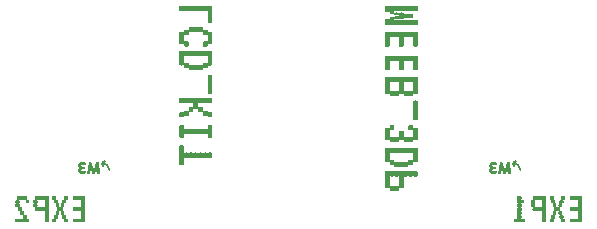
<source format=gbo>
G04 Layer: BottomSilkLayer*
G04 EasyEDA v6.3.53, 2020-06-10T14:59:09+08:00*
G04 3b83d2e84b6f494eacd4771d3d7b0d36,fed530592efb474aaabf7115e2e2b964,10*
G04 Gerber Generator version 0.2*
G04 Scale: 100 percent, Rotated: No, Reflected: No *
G04 Dimensions in millimeters *
G04 leading zeros omitted , absolute positions ,3 integer and 3 decimal *
%FSLAX33Y33*%
%MOMM*%
G90*
G71D02*

%ADD16C,0.200000*%

%LPD*%
G54D16*
G01X42645Y11233D02*
G01X42745Y10953D01*
G01X42645Y11233D02*
G01X42885Y11413D01*
G01X7844Y11233D02*
G01X7945Y10953D01*
G01X7844Y11233D02*
G01X8084Y11412D01*

%LPD*%
G36*
G01X6924Y11309D02*
G01X6690Y11309D01*
G01X6573Y10343D01*
G01X6817Y10343D01*
G01X6880Y10864D01*
G01X7007Y10343D01*
G01X7244Y10343D01*
G01X7368Y10854D01*
G01X7429Y10343D01*
G01X7673Y10343D01*
G01X7559Y11309D01*
G01X7322Y11309D01*
G01X7122Y10630D01*
G01X6924Y11309D01*
G37*

%LPD*%
G36*
G01X6190Y11316D02*
G01X6146Y11317D01*
G01X6103Y11316D01*
G01X6042Y11312D01*
G01X5989Y11300D01*
G01X5943Y11281D01*
G01X5905Y11255D01*
G01X5874Y11221D01*
G01X5852Y11179D01*
G01X5838Y11130D01*
G01X5834Y11072D01*
G01X5834Y11006D01*
G01X5835Y10974D01*
G01X5840Y10943D01*
G01X5848Y10916D01*
G01X5859Y10892D01*
G01X5874Y10872D01*
G01X5893Y10854D01*
G01X5916Y10840D01*
G01X5943Y10829D01*
G01X5915Y10816D01*
G01X5890Y10800D01*
G01X5869Y10778D01*
G01X5852Y10752D01*
G01X5838Y10723D01*
G01X5829Y10690D01*
G01X5823Y10654D01*
G01X5821Y10615D01*
G01X5821Y10580D01*
G01X5826Y10525D01*
G01X5839Y10476D01*
G01X5862Y10434D01*
G01X5895Y10399D01*
G01X5935Y10372D01*
G01X5983Y10352D01*
G01X6038Y10340D01*
G01X6101Y10336D01*
G01X6203Y10338D01*
G01X6301Y10345D01*
G01X6394Y10356D01*
G01X6484Y10371D01*
G01X6484Y10575D01*
G01X6166Y10575D01*
G01X6138Y10577D01*
G01X6116Y10580D01*
G01X6101Y10585D01*
G01X6088Y10592D01*
G01X6080Y10602D01*
G01X6074Y10614D01*
G01X6073Y10628D01*
G01X6073Y10653D01*
G01X6079Y10681D01*
G01X6098Y10702D01*
G01X6130Y10714D01*
G01X6174Y10719D01*
G01X6405Y10732D01*
G01X6405Y10925D01*
G01X6184Y10940D01*
G01X6160Y10942D01*
G01X6139Y10945D01*
G01X6121Y10950D01*
G01X6108Y10956D01*
G01X6097Y10963D01*
G01X6089Y10972D01*
G01X6084Y10983D01*
G01X6083Y10996D01*
G01X6083Y11009D01*
G01X6084Y11027D01*
G01X6090Y11041D01*
G01X6099Y11053D01*
G01X6111Y11062D01*
G01X6126Y11069D01*
G01X6147Y11074D01*
G01X6173Y11076D01*
G01X6205Y11077D01*
G01X6471Y11077D01*
G01X6471Y11281D01*
G01X6420Y11289D01*
G01X6371Y11296D01*
G01X6324Y11303D01*
G01X6278Y11309D01*
G01X6234Y11313D01*
G01X6190Y11316D01*
G37*

%LPD*%

%LPD*%
G36*
G01X41724Y11309D02*
G01X41490Y11309D01*
G01X41373Y10343D01*
G01X41617Y10343D01*
G01X41680Y10864D01*
G01X41807Y10343D01*
G01X42044Y10343D01*
G01X42168Y10854D01*
G01X42229Y10343D01*
G01X42473Y10343D01*
G01X42359Y11309D01*
G01X42122Y11309D01*
G01X41922Y10630D01*
G01X41724Y11309D01*
G37*

%LPD*%
G36*
G01X40990Y11316D02*
G01X40946Y11317D01*
G01X40903Y11316D01*
G01X40842Y11312D01*
G01X40789Y11300D01*
G01X40743Y11281D01*
G01X40705Y11255D01*
G01X40674Y11221D01*
G01X40652Y11179D01*
G01X40638Y11130D01*
G01X40634Y11072D01*
G01X40634Y11006D01*
G01X40635Y10974D01*
G01X40640Y10943D01*
G01X40648Y10916D01*
G01X40659Y10892D01*
G01X40674Y10872D01*
G01X40693Y10854D01*
G01X40716Y10840D01*
G01X40743Y10829D01*
G01X40715Y10816D01*
G01X40690Y10800D01*
G01X40669Y10778D01*
G01X40652Y10752D01*
G01X40638Y10723D01*
G01X40629Y10690D01*
G01X40623Y10654D01*
G01X40621Y10615D01*
G01X40621Y10580D01*
G01X40626Y10525D01*
G01X40640Y10476D01*
G01X40662Y10434D01*
G01X40695Y10399D01*
G01X40736Y10372D01*
G01X40783Y10352D01*
G01X40838Y10340D01*
G01X40901Y10336D01*
G01X41003Y10338D01*
G01X41101Y10345D01*
G01X41194Y10356D01*
G01X41284Y10371D01*
G01X41284Y10575D01*
G01X40966Y10575D01*
G01X40938Y10577D01*
G01X40916Y10580D01*
G01X40901Y10585D01*
G01X40888Y10592D01*
G01X40880Y10602D01*
G01X40874Y10614D01*
G01X40873Y10628D01*
G01X40873Y10653D01*
G01X40879Y10681D01*
G01X40898Y10702D01*
G01X40930Y10714D01*
G01X40974Y10719D01*
G01X41205Y10732D01*
G01X41205Y10925D01*
G01X40984Y10940D01*
G01X40960Y10942D01*
G01X40939Y10945D01*
G01X40921Y10950D01*
G01X40908Y10956D01*
G01X40897Y10963D01*
G01X40889Y10972D01*
G01X40884Y10983D01*
G01X40883Y10996D01*
G01X40883Y11009D01*
G01X40884Y11027D01*
G01X40890Y11041D01*
G01X40899Y11053D01*
G01X40911Y11062D01*
G01X40926Y11069D01*
G01X40947Y11074D01*
G01X40973Y11076D01*
G01X41005Y11077D01*
G01X41271Y11077D01*
G01X41271Y11281D01*
G01X41220Y11289D01*
G01X41171Y11296D01*
G01X41124Y11303D01*
G01X41078Y11309D01*
G01X41034Y11313D01*
G01X40990Y11316D01*
G37*

%LPD*%

%LPD*%
G36*
G01X32028Y24532D02*
G01X31973Y24533D01*
G01X31916Y24532D01*
G01X31863Y24529D01*
G01X31816Y24524D01*
G01X31772Y24516D01*
G01X31772Y24015D01*
G01X31816Y24007D01*
G01X31863Y24000D01*
G01X31916Y23996D01*
G01X31973Y23995D01*
G01X32028Y23996D01*
G01X32080Y24000D01*
G01X32128Y24007D01*
G01X32174Y24015D01*
G01X32174Y23865D01*
G01X32216Y23857D01*
G01X32263Y23850D01*
G01X32316Y23847D01*
G01X32374Y23845D01*
G01X32430Y23847D01*
G01X32481Y23850D01*
G01X32529Y23857D01*
G01X32572Y23865D01*
G01X32572Y23789D01*
G01X32616Y23781D01*
G01X32663Y23774D01*
G01X32716Y23770D01*
G01X32773Y23769D01*
G01X32828Y23770D01*
G01X32880Y23774D01*
G01X32929Y23781D01*
G01X32974Y23789D01*
G01X32974Y23639D01*
G01X32929Y23648D01*
G01X32880Y23655D01*
G01X32828Y23659D01*
G01X32773Y23660D01*
G01X32716Y23659D01*
G01X32663Y23655D01*
G01X32616Y23648D01*
G01X32572Y23639D01*
G01X32572Y23566D01*
G01X32529Y23574D01*
G01X32481Y23579D01*
G01X32430Y23582D01*
G01X32374Y23583D01*
G01X32316Y23582D01*
G01X32263Y23579D01*
G01X32216Y23574D01*
G01X32174Y23566D01*
G01X32174Y23416D01*
G01X32128Y23424D01*
G01X32080Y23429D01*
G01X32028Y23433D01*
G01X31973Y23434D01*
G01X31916Y23433D01*
G01X31863Y23429D01*
G01X31816Y23424D01*
G01X31772Y23416D01*
G01X31772Y22915D01*
G01X31816Y22907D01*
G01X31863Y22900D01*
G01X31916Y22897D01*
G01X31973Y22895D01*
G01X32028Y22897D01*
G01X32080Y22900D01*
G01X32128Y22907D01*
G01X32174Y22915D01*
G01X32216Y22907D01*
G01X32263Y22900D01*
G01X32316Y22897D01*
G01X32374Y22895D01*
G01X32430Y22897D01*
G01X32481Y22900D01*
G01X32529Y22907D01*
G01X32572Y22915D01*
G01X32616Y22907D01*
G01X32663Y22900D01*
G01X32716Y22897D01*
G01X32773Y22895D01*
G01X32828Y22897D01*
G01X32880Y22900D01*
G01X32929Y22907D01*
G01X32974Y22915D01*
G01X33016Y22907D01*
G01X33063Y22900D01*
G01X33116Y22897D01*
G01X33174Y22895D01*
G01X33230Y22897D01*
G01X33281Y22900D01*
G01X33329Y22907D01*
G01X33373Y22915D01*
G01X33416Y22907D01*
G01X33463Y22900D01*
G01X33516Y22897D01*
G01X33573Y22895D01*
G01X33629Y22897D01*
G01X33680Y22900D01*
G01X33729Y22907D01*
G01X33774Y22915D01*
G01X33816Y22907D01*
G01X33863Y22900D01*
G01X33916Y22897D01*
G01X33975Y22895D01*
G01X34030Y22897D01*
G01X34081Y22900D01*
G01X34129Y22907D01*
G01X34173Y22915D01*
G01X34216Y22907D01*
G01X34264Y22900D01*
G01X34316Y22897D01*
G01X34373Y22895D01*
G01X34429Y22897D01*
G01X34481Y22900D01*
G01X34529Y22907D01*
G01X34574Y22915D01*
G01X34574Y23314D01*
G01X34529Y23323D01*
G01X34481Y23329D01*
G01X34429Y23333D01*
G01X34373Y23334D01*
G01X34316Y23333D01*
G01X34264Y23329D01*
G01X34216Y23323D01*
G01X34173Y23314D01*
G01X34129Y23323D01*
G01X34081Y23329D01*
G01X34030Y23333D01*
G01X33975Y23334D01*
G01X33916Y23333D01*
G01X33863Y23329D01*
G01X33816Y23323D01*
G01X33774Y23314D01*
G01X33729Y23323D01*
G01X33680Y23329D01*
G01X33629Y23333D01*
G01X33573Y23334D01*
G01X33516Y23333D01*
G01X33463Y23329D01*
G01X33416Y23323D01*
G01X33373Y23314D01*
G01X33329Y23323D01*
G01X33281Y23329D01*
G01X33230Y23333D01*
G01X33174Y23334D01*
G01X33116Y23333D01*
G01X33063Y23329D01*
G01X33016Y23323D01*
G01X32974Y23314D01*
G01X32929Y23323D01*
G01X32880Y23329D01*
G01X32828Y23333D01*
G01X32773Y23334D01*
G01X32716Y23333D01*
G01X32663Y23329D01*
G01X32616Y23323D01*
G01X32572Y23314D01*
G01X32572Y23464D01*
G01X32616Y23455D01*
G01X32663Y23449D01*
G01X32716Y23445D01*
G01X32773Y23444D01*
G01X32828Y23445D01*
G01X32880Y23449D01*
G01X32929Y23455D01*
G01X32974Y23464D01*
G01X33016Y23455D01*
G01X33063Y23449D01*
G01X33116Y23445D01*
G01X33174Y23444D01*
G01X33230Y23445D01*
G01X33281Y23449D01*
G01X33329Y23455D01*
G01X33373Y23464D01*
G01X33373Y23566D01*
G01X33416Y23557D01*
G01X33463Y23550D01*
G01X33516Y23547D01*
G01X33573Y23545D01*
G01X33629Y23547D01*
G01X33680Y23550D01*
G01X33729Y23557D01*
G01X33774Y23566D01*
G01X33816Y23557D01*
G01X33863Y23550D01*
G01X33916Y23547D01*
G01X33975Y23545D01*
G01X34030Y23547D01*
G01X34081Y23550D01*
G01X34129Y23557D01*
G01X34173Y23566D01*
G01X34173Y23865D01*
G01X34129Y23874D01*
G01X34081Y23881D01*
G01X34030Y23885D01*
G01X33975Y23886D01*
G01X33916Y23885D01*
G01X33863Y23881D01*
G01X33816Y23874D01*
G01X33774Y23865D01*
G01X33729Y23874D01*
G01X33680Y23881D01*
G01X33629Y23885D01*
G01X33573Y23886D01*
G01X33516Y23885D01*
G01X33463Y23881D01*
G01X33416Y23874D01*
G01X33373Y23865D01*
G01X33373Y23964D01*
G01X33329Y23974D01*
G01X33281Y23980D01*
G01X33230Y23984D01*
G01X33174Y23985D01*
G01X33116Y23984D01*
G01X33063Y23980D01*
G01X33016Y23974D01*
G01X32974Y23964D01*
G01X32929Y23974D01*
G01X32880Y23980D01*
G01X32828Y23984D01*
G01X32773Y23985D01*
G01X32716Y23984D01*
G01X32663Y23980D01*
G01X32616Y23974D01*
G01X32572Y23964D01*
G01X32572Y24114D01*
G01X32616Y24106D01*
G01X32663Y24099D01*
G01X32716Y24095D01*
G01X32773Y24094D01*
G01X32828Y24095D01*
G01X32880Y24099D01*
G01X32929Y24106D01*
G01X32974Y24114D01*
G01X33016Y24106D01*
G01X33063Y24099D01*
G01X33116Y24095D01*
G01X33174Y24094D01*
G01X33230Y24095D01*
G01X33281Y24099D01*
G01X33329Y24106D01*
G01X33373Y24114D01*
G01X33416Y24106D01*
G01X33463Y24099D01*
G01X33516Y24095D01*
G01X33573Y24094D01*
G01X33629Y24095D01*
G01X33680Y24099D01*
G01X33729Y24106D01*
G01X33774Y24114D01*
G01X33816Y24106D01*
G01X33863Y24099D01*
G01X33916Y24095D01*
G01X33975Y24094D01*
G01X34030Y24095D01*
G01X34081Y24099D01*
G01X34129Y24106D01*
G01X34173Y24114D01*
G01X34216Y24106D01*
G01X34264Y24099D01*
G01X34316Y24095D01*
G01X34373Y24094D01*
G01X34429Y24095D01*
G01X34481Y24099D01*
G01X34529Y24106D01*
G01X34574Y24114D01*
G01X34574Y24516D01*
G01X34529Y24524D01*
G01X34481Y24529D01*
G01X34429Y24532D01*
G01X34373Y24533D01*
G01X34316Y24532D01*
G01X34264Y24529D01*
G01X34216Y24524D01*
G01X34173Y24516D01*
G01X34129Y24524D01*
G01X34081Y24529D01*
G01X34030Y24532D01*
G01X33975Y24533D01*
G01X33916Y24532D01*
G01X33863Y24529D01*
G01X33816Y24524D01*
G01X33774Y24516D01*
G01X33729Y24524D01*
G01X33680Y24529D01*
G01X33629Y24532D01*
G01X33573Y24533D01*
G01X33516Y24532D01*
G01X33463Y24529D01*
G01X33416Y24524D01*
G01X33373Y24516D01*
G01X33329Y24524D01*
G01X33281Y24529D01*
G01X33230Y24532D01*
G01X33174Y24533D01*
G01X33116Y24532D01*
G01X33063Y24529D01*
G01X33016Y24524D01*
G01X32974Y24516D01*
G01X32929Y24524D01*
G01X32880Y24529D01*
G01X32828Y24532D01*
G01X32773Y24533D01*
G01X32716Y24532D01*
G01X32663Y24529D01*
G01X32616Y24524D01*
G01X32572Y24516D01*
G01X32529Y24524D01*
G01X32481Y24529D01*
G01X32430Y24532D01*
G01X32374Y24533D01*
G01X32316Y24532D01*
G01X32263Y24529D01*
G01X32216Y24524D01*
G01X32174Y24516D01*
G01X32128Y24524D01*
G01X32080Y24529D01*
G01X32028Y24532D01*
G37*

%LPD*%
G36*
G01X32028Y22333D02*
G01X31973Y22334D01*
G01X31916Y22333D01*
G01X31863Y22329D01*
G01X31816Y22323D01*
G01X31772Y22313D01*
G01X31772Y21115D01*
G01X31816Y21106D01*
G01X31863Y21099D01*
G01X31916Y21096D01*
G01X31973Y21094D01*
G01X32028Y21096D01*
G01X32080Y21099D01*
G01X32128Y21106D01*
G01X32174Y21115D01*
G01X32174Y21915D01*
G01X32216Y21906D01*
G01X32263Y21899D01*
G01X32316Y21896D01*
G01X32374Y21894D01*
G01X32430Y21896D01*
G01X32481Y21899D01*
G01X32529Y21906D01*
G01X32572Y21915D01*
G01X32616Y21906D01*
G01X32663Y21899D01*
G01X32716Y21896D01*
G01X32773Y21894D01*
G01X32828Y21896D01*
G01X32880Y21899D01*
G01X32929Y21906D01*
G01X32974Y21915D01*
G01X32974Y21115D01*
G01X33016Y21106D01*
G01X33063Y21099D01*
G01X33116Y21096D01*
G01X33174Y21094D01*
G01X33230Y21096D01*
G01X33281Y21099D01*
G01X33329Y21106D01*
G01X33373Y21115D01*
G01X33373Y21915D01*
G01X33416Y21906D01*
G01X33463Y21899D01*
G01X33516Y21896D01*
G01X33573Y21894D01*
G01X33629Y21896D01*
G01X33680Y21899D01*
G01X33729Y21906D01*
G01X33774Y21915D01*
G01X33816Y21906D01*
G01X33863Y21899D01*
G01X33916Y21896D01*
G01X33975Y21894D01*
G01X34030Y21896D01*
G01X34081Y21899D01*
G01X34129Y21906D01*
G01X34173Y21915D01*
G01X34173Y21115D01*
G01X34216Y21106D01*
G01X34264Y21099D01*
G01X34316Y21096D01*
G01X34373Y21094D01*
G01X34429Y21096D01*
G01X34481Y21099D01*
G01X34529Y21106D01*
G01X34574Y21115D01*
G01X34574Y22313D01*
G01X34529Y22323D01*
G01X34481Y22329D01*
G01X34429Y22333D01*
G01X34373Y22334D01*
G01X34316Y22333D01*
G01X34264Y22329D01*
G01X34216Y22323D01*
G01X34173Y22313D01*
G01X34129Y22323D01*
G01X34081Y22329D01*
G01X34030Y22333D01*
G01X33975Y22334D01*
G01X33916Y22333D01*
G01X33863Y22329D01*
G01X33816Y22323D01*
G01X33774Y22313D01*
G01X33729Y22323D01*
G01X33680Y22329D01*
G01X33629Y22333D01*
G01X33573Y22334D01*
G01X33516Y22333D01*
G01X33463Y22329D01*
G01X33416Y22323D01*
G01X33373Y22313D01*
G01X33329Y22323D01*
G01X33281Y22329D01*
G01X33230Y22333D01*
G01X33174Y22334D01*
G01X33116Y22333D01*
G01X33063Y22329D01*
G01X33016Y22323D01*
G01X32974Y22313D01*
G01X32929Y22323D01*
G01X32880Y22329D01*
G01X32828Y22333D01*
G01X32773Y22334D01*
G01X32716Y22333D01*
G01X32663Y22329D01*
G01X32616Y22323D01*
G01X32572Y22313D01*
G01X32529Y22323D01*
G01X32481Y22329D01*
G01X32430Y22333D01*
G01X32374Y22334D01*
G01X32316Y22333D01*
G01X32263Y22329D01*
G01X32216Y22323D01*
G01X32174Y22313D01*
G01X32128Y22323D01*
G01X32080Y22329D01*
G01X32028Y22333D01*
G37*

%LPD*%
G36*
G01X32028Y20334D02*
G01X31973Y20335D01*
G01X31916Y20334D01*
G01X31863Y20330D01*
G01X31816Y20324D01*
G01X31772Y20314D01*
G01X31772Y19116D01*
G01X31816Y19107D01*
G01X31863Y19100D01*
G01X31916Y19097D01*
G01X31973Y19095D01*
G01X32028Y19097D01*
G01X32080Y19100D01*
G01X32128Y19107D01*
G01X32174Y19116D01*
G01X32174Y19916D01*
G01X32216Y19907D01*
G01X32263Y19900D01*
G01X32316Y19897D01*
G01X32374Y19895D01*
G01X32430Y19897D01*
G01X32481Y19900D01*
G01X32529Y19907D01*
G01X32572Y19916D01*
G01X32616Y19907D01*
G01X32663Y19900D01*
G01X32716Y19897D01*
G01X32773Y19895D01*
G01X32828Y19897D01*
G01X32880Y19900D01*
G01X32929Y19907D01*
G01X32974Y19916D01*
G01X32974Y19116D01*
G01X33016Y19107D01*
G01X33063Y19100D01*
G01X33116Y19097D01*
G01X33174Y19095D01*
G01X33230Y19097D01*
G01X33281Y19100D01*
G01X33329Y19107D01*
G01X33373Y19116D01*
G01X33373Y19916D01*
G01X33416Y19907D01*
G01X33463Y19900D01*
G01X33516Y19897D01*
G01X33573Y19895D01*
G01X33629Y19897D01*
G01X33680Y19900D01*
G01X33729Y19907D01*
G01X33774Y19916D01*
G01X33816Y19907D01*
G01X33863Y19900D01*
G01X33916Y19897D01*
G01X33975Y19895D01*
G01X34030Y19897D01*
G01X34081Y19900D01*
G01X34129Y19907D01*
G01X34173Y19916D01*
G01X34173Y19116D01*
G01X34216Y19107D01*
G01X34264Y19100D01*
G01X34316Y19097D01*
G01X34373Y19095D01*
G01X34429Y19097D01*
G01X34481Y19100D01*
G01X34529Y19107D01*
G01X34574Y19116D01*
G01X34574Y20314D01*
G01X34529Y20324D01*
G01X34481Y20330D01*
G01X34429Y20334D01*
G01X34373Y20335D01*
G01X34316Y20334D01*
G01X34264Y20330D01*
G01X34216Y20324D01*
G01X34173Y20314D01*
G01X34129Y20324D01*
G01X34081Y20330D01*
G01X34030Y20334D01*
G01X33975Y20335D01*
G01X33916Y20334D01*
G01X33863Y20330D01*
G01X33816Y20324D01*
G01X33774Y20314D01*
G01X33729Y20324D01*
G01X33680Y20330D01*
G01X33629Y20334D01*
G01X33573Y20335D01*
G01X33516Y20334D01*
G01X33463Y20330D01*
G01X33416Y20324D01*
G01X33373Y20314D01*
G01X33329Y20324D01*
G01X33281Y20330D01*
G01X33230Y20334D01*
G01X33174Y20335D01*
G01X33116Y20334D01*
G01X33063Y20330D01*
G01X33016Y20324D01*
G01X32974Y20314D01*
G01X32929Y20324D01*
G01X32880Y20330D01*
G01X32828Y20334D01*
G01X32773Y20335D01*
G01X32716Y20334D01*
G01X32663Y20330D01*
G01X32616Y20324D01*
G01X32572Y20314D01*
G01X32529Y20324D01*
G01X32481Y20330D01*
G01X32430Y20334D01*
G01X32374Y20335D01*
G01X32316Y20334D01*
G01X32263Y20330D01*
G01X32216Y20324D01*
G01X32174Y20314D01*
G01X32128Y20324D01*
G01X32080Y20330D01*
G01X32028Y20334D01*
G37*

%LPD*%
G36*
G01X32028Y18533D02*
G01X31973Y18534D01*
G01X31916Y18533D01*
G01X31863Y18529D01*
G01X31816Y18523D01*
G01X31772Y18514D01*
G01X31772Y17114D01*
G01X31816Y17105D01*
G01X31863Y17099D01*
G01X31916Y17095D01*
G01X31973Y17094D01*
G01X32028Y17095D01*
G01X32080Y17099D01*
G01X32128Y17105D01*
G01X32174Y17114D01*
G01X32174Y16913D01*
G01X32216Y16906D01*
G01X32263Y16900D01*
G01X32316Y16897D01*
G01X32374Y16896D01*
G01X32430Y16897D01*
G01X32481Y16900D01*
G01X32529Y16906D01*
G01X32572Y16913D01*
G01X32616Y16906D01*
G01X32663Y16900D01*
G01X32716Y16897D01*
G01X32773Y16896D01*
G01X32828Y16897D01*
G01X32880Y16900D01*
G01X32929Y16906D01*
G01X32974Y16913D01*
G01X32974Y17114D01*
G01X33016Y17105D01*
G01X33063Y17099D01*
G01X33116Y17095D01*
G01X33174Y17094D01*
G01X33230Y17095D01*
G01X33281Y17099D01*
G01X33329Y17105D01*
G01X33373Y17114D01*
G01X33373Y16913D01*
G01X33416Y16906D01*
G01X33463Y16900D01*
G01X33516Y16897D01*
G01X33573Y16896D01*
G01X33629Y16897D01*
G01X33680Y16900D01*
G01X33729Y16906D01*
G01X33774Y16913D01*
G01X33816Y16906D01*
G01X33863Y16900D01*
G01X33916Y16897D01*
G01X33975Y16896D01*
G01X34030Y16897D01*
G01X34081Y16900D01*
G01X34129Y16906D01*
G01X34173Y16913D01*
G01X34173Y17114D01*
G01X34216Y17105D01*
G01X34264Y17099D01*
G01X34316Y17095D01*
G01X34373Y17094D01*
G01X34429Y17095D01*
G01X34481Y17099D01*
G01X34529Y17105D01*
G01X34574Y17114D01*
G01X34574Y18514D01*
G01X34529Y18523D01*
G01X34481Y18529D01*
G01X34429Y18533D01*
G01X34373Y18534D01*
G01X34316Y18533D01*
G01X34264Y18529D01*
G01X34216Y18523D01*
G01X34173Y18514D01*
G01X34129Y18523D01*
G01X34081Y18529D01*
G01X34030Y18533D01*
G01X33975Y18534D01*
G01X33916Y18533D01*
G01X33863Y18529D01*
G01X33816Y18523D01*
G01X33774Y18514D01*
G01X33729Y18523D01*
G01X33680Y18529D01*
G01X33629Y18533D01*
G01X33573Y18534D01*
G01X33516Y18533D01*
G01X33463Y18529D01*
G01X33416Y18523D01*
G01X33373Y18514D01*
G01X33329Y18523D01*
G01X33281Y18529D01*
G01X33230Y18533D01*
G01X33174Y18534D01*
G01X33116Y18533D01*
G01X33063Y18529D01*
G01X33016Y18523D01*
G01X32974Y18514D01*
G01X32929Y18523D01*
G01X32880Y18529D01*
G01X32828Y18533D01*
G01X32773Y18534D01*
G01X32716Y18533D01*
G01X32663Y18529D01*
G01X32616Y18523D01*
G01X32572Y18514D01*
G01X32529Y18523D01*
G01X32481Y18529D01*
G01X32430Y18533D01*
G01X32374Y18534D01*
G01X32316Y18533D01*
G01X32263Y18529D01*
G01X32216Y18523D01*
G01X32174Y18514D01*
G01X32128Y18523D01*
G01X32080Y18529D01*
G01X32028Y18533D01*
G37*

%LPC*%
G36*
G01X32216Y18106D02*
G01X32174Y18115D01*
G01X32174Y17315D01*
G01X32216Y17324D01*
G01X32263Y17330D01*
G01X32316Y17334D01*
G01X32374Y17335D01*
G01X32430Y17334D01*
G01X32481Y17330D01*
G01X32529Y17324D01*
G01X32572Y17315D01*
G01X32616Y17324D01*
G01X32663Y17330D01*
G01X32716Y17334D01*
G01X32773Y17335D01*
G01X32828Y17334D01*
G01X32880Y17330D01*
G01X32929Y17324D01*
G01X32974Y17315D01*
G01X32974Y18115D01*
G01X32929Y18106D01*
G01X32880Y18100D01*
G01X32828Y18096D01*
G01X32773Y18094D01*
G01X32716Y18096D01*
G01X32663Y18100D01*
G01X32616Y18106D01*
G01X32572Y18115D01*
G01X32529Y18106D01*
G01X32481Y18100D01*
G01X32430Y18096D01*
G01X32374Y18094D01*
G01X32316Y18096D01*
G01X32263Y18100D01*
G01X32216Y18106D01*
G37*
G36*
G01X33416Y18106D02*
G01X33373Y18115D01*
G01X33373Y17315D01*
G01X33416Y17324D01*
G01X33463Y17330D01*
G01X33516Y17334D01*
G01X33573Y17335D01*
G01X33629Y17334D01*
G01X33680Y17330D01*
G01X33729Y17324D01*
G01X33774Y17315D01*
G01X33816Y17324D01*
G01X33863Y17330D01*
G01X33916Y17334D01*
G01X33975Y17335D01*
G01X34030Y17334D01*
G01X34081Y17330D01*
G01X34129Y17324D01*
G01X34173Y17315D01*
G01X34173Y18115D01*
G01X34129Y18106D01*
G01X34081Y18100D01*
G01X34030Y18096D01*
G01X33975Y18094D01*
G01X33916Y18096D01*
G01X33863Y18100D01*
G01X33816Y18106D01*
G01X33774Y18115D01*
G01X33729Y18106D01*
G01X33680Y18100D01*
G01X33629Y18096D01*
G01X33573Y18094D01*
G01X33516Y18096D01*
G01X33463Y18100D01*
G01X33416Y18106D01*
G37*

%LPD*%
G36*
G01X34429Y16534D02*
G01X34373Y16535D01*
G01X34316Y16534D01*
G01X34264Y16530D01*
G01X34216Y16524D01*
G01X34173Y16515D01*
G01X34173Y14914D01*
G01X34216Y14906D01*
G01X34264Y14899D01*
G01X34316Y14896D01*
G01X34373Y14894D01*
G01X34429Y14896D01*
G01X34481Y14899D01*
G01X34529Y14906D01*
G01X34574Y14914D01*
G01X34574Y16515D01*
G01X34529Y16524D01*
G01X34481Y16530D01*
G01X34429Y16534D01*
G37*

%LPD*%
G36*
G01X32430Y14433D02*
G01X32374Y14434D01*
G01X32316Y14433D01*
G01X32263Y14429D01*
G01X32216Y14423D01*
G01X32174Y14414D01*
G01X32174Y14213D01*
G01X32128Y14222D01*
G01X32080Y14229D01*
G01X32028Y14233D01*
G01X31973Y14234D01*
G01X31916Y14233D01*
G01X31863Y14229D01*
G01X31816Y14222D01*
G01X31772Y14213D01*
G01X31772Y13215D01*
G01X31816Y13206D01*
G01X31863Y13200D01*
G01X31916Y13196D01*
G01X31973Y13195D01*
G01X32028Y13196D01*
G01X32080Y13200D01*
G01X32128Y13206D01*
G01X32174Y13215D01*
G01X32174Y13014D01*
G01X32216Y13006D01*
G01X32263Y12999D01*
G01X32316Y12996D01*
G01X32374Y12994D01*
G01X32430Y12996D01*
G01X32481Y12999D01*
G01X32529Y13006D01*
G01X32572Y13014D01*
G01X32616Y13006D01*
G01X32663Y12999D01*
G01X32716Y12996D01*
G01X32773Y12994D01*
G01X32828Y12996D01*
G01X32880Y12999D01*
G01X32929Y13006D01*
G01X32974Y13014D01*
G01X32974Y13215D01*
G01X33016Y13206D01*
G01X33063Y13200D01*
G01X33116Y13196D01*
G01X33174Y13195D01*
G01X33230Y13196D01*
G01X33281Y13200D01*
G01X33329Y13206D01*
G01X33373Y13215D01*
G01X33373Y13014D01*
G01X33416Y13006D01*
G01X33463Y12999D01*
G01X33516Y12996D01*
G01X33573Y12994D01*
G01X33629Y12996D01*
G01X33680Y12999D01*
G01X33729Y13006D01*
G01X33774Y13014D01*
G01X33816Y13006D01*
G01X33863Y12999D01*
G01X33916Y12996D01*
G01X33975Y12994D01*
G01X34030Y12996D01*
G01X34081Y12999D01*
G01X34129Y13006D01*
G01X34173Y13014D01*
G01X34173Y13215D01*
G01X34216Y13206D01*
G01X34264Y13200D01*
G01X34316Y13196D01*
G01X34373Y13195D01*
G01X34429Y13196D01*
G01X34481Y13200D01*
G01X34529Y13206D01*
G01X34574Y13215D01*
G01X34574Y14213D01*
G01X34529Y14222D01*
G01X34481Y14229D01*
G01X34429Y14233D01*
G01X34373Y14234D01*
G01X34316Y14233D01*
G01X34264Y14229D01*
G01X34216Y14222D01*
G01X34173Y14213D01*
G01X34173Y14414D01*
G01X34129Y14423D01*
G01X34081Y14429D01*
G01X34030Y14433D01*
G01X33975Y14434D01*
G01X33916Y14433D01*
G01X33863Y14429D01*
G01X33816Y14423D01*
G01X33774Y14414D01*
G01X33774Y14015D01*
G01X33816Y14007D01*
G01X33863Y14000D01*
G01X33916Y13996D01*
G01X33975Y13995D01*
G01X34030Y13996D01*
G01X34081Y14000D01*
G01X34129Y14007D01*
G01X34173Y14015D01*
G01X34173Y13416D01*
G01X34129Y13424D01*
G01X34081Y13429D01*
G01X34030Y13433D01*
G01X33975Y13434D01*
G01X33916Y13433D01*
G01X33863Y13429D01*
G01X33816Y13424D01*
G01X33774Y13416D01*
G01X33729Y13424D01*
G01X33680Y13429D01*
G01X33629Y13433D01*
G01X33573Y13434D01*
G01X33516Y13433D01*
G01X33463Y13429D01*
G01X33416Y13424D01*
G01X33373Y13416D01*
G01X33373Y13914D01*
G01X33329Y13923D01*
G01X33281Y13929D01*
G01X33230Y13933D01*
G01X33174Y13934D01*
G01X33116Y13933D01*
G01X33063Y13929D01*
G01X33016Y13923D01*
G01X32974Y13914D01*
G01X32974Y13416D01*
G01X32929Y13424D01*
G01X32880Y13429D01*
G01X32828Y13433D01*
G01X32773Y13434D01*
G01X32716Y13433D01*
G01X32663Y13429D01*
G01X32616Y13424D01*
G01X32572Y13416D01*
G01X32529Y13424D01*
G01X32481Y13429D01*
G01X32430Y13433D01*
G01X32374Y13434D01*
G01X32316Y13433D01*
G01X32263Y13429D01*
G01X32216Y13424D01*
G01X32174Y13416D01*
G01X32174Y14015D01*
G01X32216Y14007D01*
G01X32263Y14000D01*
G01X32316Y13996D01*
G01X32374Y13995D01*
G01X32430Y13996D01*
G01X32481Y14000D01*
G01X32529Y14007D01*
G01X32572Y14015D01*
G01X32572Y14414D01*
G01X32529Y14423D01*
G01X32481Y14429D01*
G01X32430Y14433D01*
G37*

%LPD*%
G36*
G01X32028Y12533D02*
G01X31973Y12534D01*
G01X31916Y12533D01*
G01X31863Y12529D01*
G01X31816Y12523D01*
G01X31772Y12514D01*
G01X31772Y11315D01*
G01X31816Y11307D01*
G01X31863Y11300D01*
G01X31916Y11296D01*
G01X31973Y11295D01*
G01X32028Y11296D01*
G01X32080Y11300D01*
G01X32128Y11307D01*
G01X32174Y11315D01*
G01X32174Y11115D01*
G01X32216Y11106D01*
G01X32263Y11099D01*
G01X32316Y11096D01*
G01X32374Y11094D01*
G01X32430Y11096D01*
G01X32481Y11099D01*
G01X32529Y11106D01*
G01X32572Y11115D01*
G01X32572Y10914D01*
G01X32616Y10905D01*
G01X32663Y10899D01*
G01X32716Y10895D01*
G01X32773Y10894D01*
G01X32828Y10895D01*
G01X32880Y10899D01*
G01X32929Y10905D01*
G01X32974Y10914D01*
G01X33016Y10905D01*
G01X33063Y10899D01*
G01X33116Y10895D01*
G01X33174Y10894D01*
G01X33230Y10895D01*
G01X33281Y10899D01*
G01X33329Y10905D01*
G01X33373Y10914D01*
G01X33416Y10905D01*
G01X33463Y10899D01*
G01X33516Y10895D01*
G01X33573Y10894D01*
G01X33629Y10895D01*
G01X33680Y10899D01*
G01X33729Y10905D01*
G01X33774Y10914D01*
G01X33774Y11115D01*
G01X33816Y11106D01*
G01X33863Y11099D01*
G01X33916Y11096D01*
G01X33975Y11094D01*
G01X34030Y11096D01*
G01X34081Y11099D01*
G01X34129Y11106D01*
G01X34173Y11115D01*
G01X34173Y11315D01*
G01X34216Y11307D01*
G01X34264Y11300D01*
G01X34316Y11296D01*
G01X34373Y11295D01*
G01X34429Y11296D01*
G01X34481Y11300D01*
G01X34529Y11307D01*
G01X34574Y11315D01*
G01X34574Y12514D01*
G01X34529Y12523D01*
G01X34481Y12529D01*
G01X34429Y12533D01*
G01X34373Y12534D01*
G01X34316Y12533D01*
G01X34264Y12529D01*
G01X34216Y12523D01*
G01X34173Y12514D01*
G01X34129Y12523D01*
G01X34081Y12529D01*
G01X34030Y12533D01*
G01X33975Y12534D01*
G01X33916Y12533D01*
G01X33863Y12529D01*
G01X33816Y12523D01*
G01X33774Y12514D01*
G01X33729Y12523D01*
G01X33680Y12529D01*
G01X33629Y12533D01*
G01X33573Y12534D01*
G01X33516Y12533D01*
G01X33463Y12529D01*
G01X33416Y12523D01*
G01X33373Y12514D01*
G01X33329Y12523D01*
G01X33281Y12529D01*
G01X33230Y12533D01*
G01X33174Y12534D01*
G01X33116Y12533D01*
G01X33063Y12529D01*
G01X33016Y12523D01*
G01X32974Y12514D01*
G01X32929Y12523D01*
G01X32880Y12529D01*
G01X32828Y12533D01*
G01X32773Y12534D01*
G01X32716Y12533D01*
G01X32663Y12529D01*
G01X32616Y12523D01*
G01X32572Y12514D01*
G01X32529Y12523D01*
G01X32481Y12529D01*
G01X32430Y12533D01*
G01X32374Y12534D01*
G01X32316Y12533D01*
G01X32263Y12529D01*
G01X32216Y12523D01*
G01X32174Y12514D01*
G01X32128Y12523D01*
G01X32080Y12529D01*
G01X32028Y12533D01*
G37*

%LPC*%
G36*
G01X32216Y12107D02*
G01X32174Y12115D01*
G01X32174Y11513D01*
G01X32216Y11522D01*
G01X32263Y11529D01*
G01X32316Y11533D01*
G01X32374Y11534D01*
G01X32430Y11533D01*
G01X32481Y11529D01*
G01X32529Y11522D01*
G01X32572Y11513D01*
G01X32572Y11315D01*
G01X32616Y11324D01*
G01X32663Y11330D01*
G01X32716Y11335D01*
G01X32773Y11336D01*
G01X32828Y11335D01*
G01X32880Y11330D01*
G01X32929Y11324D01*
G01X32974Y11315D01*
G01X33016Y11324D01*
G01X33063Y11330D01*
G01X33116Y11335D01*
G01X33174Y11336D01*
G01X33230Y11335D01*
G01X33281Y11330D01*
G01X33329Y11324D01*
G01X33373Y11315D01*
G01X33416Y11324D01*
G01X33463Y11330D01*
G01X33516Y11335D01*
G01X33573Y11336D01*
G01X33629Y11335D01*
G01X33680Y11330D01*
G01X33729Y11324D01*
G01X33774Y11315D01*
G01X33774Y11513D01*
G01X33816Y11522D01*
G01X33863Y11529D01*
G01X33916Y11533D01*
G01X33975Y11534D01*
G01X34030Y11533D01*
G01X34081Y11529D01*
G01X34129Y11522D01*
G01X34173Y11513D01*
G01X34173Y12115D01*
G01X34129Y12107D01*
G01X34081Y12100D01*
G01X34030Y12097D01*
G01X33975Y12095D01*
G01X33916Y12097D01*
G01X33863Y12100D01*
G01X33816Y12107D01*
G01X33774Y12115D01*
G01X33729Y12107D01*
G01X33680Y12100D01*
G01X33629Y12097D01*
G01X33573Y12095D01*
G01X33516Y12097D01*
G01X33463Y12100D01*
G01X33416Y12107D01*
G01X33373Y12115D01*
G01X33329Y12107D01*
G01X33281Y12100D01*
G01X33230Y12097D01*
G01X33174Y12095D01*
G01X33116Y12097D01*
G01X33063Y12100D01*
G01X33016Y12107D01*
G01X32974Y12115D01*
G01X32929Y12107D01*
G01X32880Y12100D01*
G01X32828Y12097D01*
G01X32773Y12095D01*
G01X32716Y12097D01*
G01X32663Y12100D01*
G01X32616Y12107D01*
G01X32572Y12115D01*
G01X32529Y12107D01*
G01X32481Y12100D01*
G01X32430Y12097D01*
G01X32374Y12095D01*
G01X32316Y12097D01*
G01X32263Y12100D01*
G01X32216Y12107D01*
G37*

%LPD*%
G36*
G01X32028Y10534D02*
G01X31973Y10535D01*
G01X31916Y10534D01*
G01X31863Y10530D01*
G01X31816Y10524D01*
G01X31772Y10515D01*
G01X31772Y9116D01*
G01X31816Y9107D01*
G01X31863Y9100D01*
G01X31916Y9097D01*
G01X31973Y9095D01*
G01X32028Y9097D01*
G01X32080Y9100D01*
G01X32128Y9107D01*
G01X32174Y9116D01*
G01X32174Y8915D01*
G01X32216Y8906D01*
G01X32263Y8900D01*
G01X32316Y8896D01*
G01X32374Y8895D01*
G01X32430Y8896D01*
G01X32481Y8900D01*
G01X32529Y8906D01*
G01X32572Y8915D01*
G01X32616Y8906D01*
G01X32663Y8900D01*
G01X32716Y8896D01*
G01X32773Y8895D01*
G01X32828Y8896D01*
G01X32880Y8900D01*
G01X32929Y8906D01*
G01X32974Y8915D01*
G01X32974Y9116D01*
G01X33016Y9107D01*
G01X33063Y9100D01*
G01X33116Y9097D01*
G01X33174Y9095D01*
G01X33230Y9097D01*
G01X33281Y9100D01*
G01X33329Y9107D01*
G01X33373Y9116D01*
G01X33373Y10114D01*
G01X33416Y10105D01*
G01X33463Y10099D01*
G01X33516Y10095D01*
G01X33573Y10093D01*
G01X33629Y10095D01*
G01X33680Y10099D01*
G01X33729Y10105D01*
G01X33774Y10114D01*
G01X33816Y10105D01*
G01X33863Y10099D01*
G01X33916Y10095D01*
G01X33975Y10093D01*
G01X34030Y10095D01*
G01X34081Y10099D01*
G01X34129Y10105D01*
G01X34173Y10114D01*
G01X34216Y10105D01*
G01X34264Y10099D01*
G01X34316Y10095D01*
G01X34373Y10093D01*
G01X34429Y10095D01*
G01X34481Y10099D01*
G01X34529Y10105D01*
G01X34574Y10114D01*
G01X34574Y10515D01*
G01X34529Y10524D01*
G01X34481Y10530D01*
G01X34429Y10534D01*
G01X34373Y10535D01*
G01X34316Y10534D01*
G01X34264Y10530D01*
G01X34216Y10524D01*
G01X34173Y10515D01*
G01X34129Y10524D01*
G01X34081Y10530D01*
G01X34030Y10534D01*
G01X33975Y10535D01*
G01X33916Y10534D01*
G01X33863Y10530D01*
G01X33816Y10524D01*
G01X33774Y10515D01*
G01X33729Y10524D01*
G01X33680Y10530D01*
G01X33629Y10534D01*
G01X33573Y10535D01*
G01X33516Y10534D01*
G01X33463Y10530D01*
G01X33416Y10524D01*
G01X33373Y10515D01*
G01X33329Y10524D01*
G01X33281Y10530D01*
G01X33230Y10534D01*
G01X33174Y10535D01*
G01X33116Y10534D01*
G01X33063Y10530D01*
G01X33016Y10524D01*
G01X32974Y10515D01*
G01X32929Y10524D01*
G01X32880Y10530D01*
G01X32828Y10534D01*
G01X32773Y10535D01*
G01X32716Y10534D01*
G01X32663Y10530D01*
G01X32616Y10524D01*
G01X32572Y10515D01*
G01X32529Y10524D01*
G01X32481Y10530D01*
G01X32430Y10534D01*
G01X32374Y10535D01*
G01X32316Y10534D01*
G01X32263Y10530D01*
G01X32216Y10524D01*
G01X32174Y10515D01*
G01X32128Y10524D01*
G01X32080Y10530D01*
G01X32028Y10534D01*
G37*

%LPC*%
G36*
G01X32216Y10105D02*
G01X32174Y10114D01*
G01X32174Y9314D01*
G01X32216Y9323D01*
G01X32263Y9329D01*
G01X32316Y9333D01*
G01X32374Y9334D01*
G01X32430Y9333D01*
G01X32481Y9329D01*
G01X32529Y9323D01*
G01X32572Y9314D01*
G01X32616Y9323D01*
G01X32663Y9329D01*
G01X32716Y9333D01*
G01X32773Y9334D01*
G01X32828Y9333D01*
G01X32880Y9329D01*
G01X32929Y9323D01*
G01X32974Y9314D01*
G01X32974Y10114D01*
G01X32929Y10105D01*
G01X32880Y10099D01*
G01X32828Y10095D01*
G01X32773Y10093D01*
G01X32716Y10095D01*
G01X32663Y10099D01*
G01X32616Y10105D01*
G01X32572Y10114D01*
G01X32529Y10105D01*
G01X32481Y10099D01*
G01X32430Y10095D01*
G01X32374Y10093D01*
G01X32316Y10095D01*
G01X32263Y10099D01*
G01X32216Y10105D01*
G37*

%LPD*%

%LPD*%
G36*
G01X14629Y24532D02*
G01X14574Y24533D01*
G01X14516Y24532D01*
G01X14464Y24528D01*
G01X14416Y24522D01*
G01X14373Y24513D01*
G01X14373Y24114D01*
G01X14416Y24106D01*
G01X14464Y24099D01*
G01X14516Y24095D01*
G01X14574Y24094D01*
G01X14629Y24095D01*
G01X14681Y24099D01*
G01X14729Y24106D01*
G01X14774Y24114D01*
G01X14816Y24106D01*
G01X14863Y24099D01*
G01X14915Y24095D01*
G01X14972Y24094D01*
G01X15029Y24095D01*
G01X15081Y24099D01*
G01X15129Y24106D01*
G01X15173Y24114D01*
G01X15216Y24106D01*
G01X15264Y24099D01*
G01X15316Y24095D01*
G01X15374Y24094D01*
G01X15429Y24095D01*
G01X15481Y24099D01*
G01X15530Y24106D01*
G01X15574Y24114D01*
G01X15616Y24106D01*
G01X15663Y24099D01*
G01X15715Y24095D01*
G01X15772Y24094D01*
G01X15829Y24095D01*
G01X15881Y24099D01*
G01X15929Y24106D01*
G01X15973Y24114D01*
G01X16016Y24106D01*
G01X16064Y24099D01*
G01X16116Y24095D01*
G01X16174Y24094D01*
G01X16229Y24095D01*
G01X16281Y24099D01*
G01X16330Y24106D01*
G01X16374Y24114D01*
G01X16417Y24106D01*
G01X16463Y24099D01*
G01X16516Y24095D01*
G01X16572Y24094D01*
G01X16629Y24095D01*
G01X16681Y24099D01*
G01X16729Y24106D01*
G01X16773Y24114D01*
G01X16773Y23114D01*
G01X16816Y23105D01*
G01X16864Y23098D01*
G01X16916Y23095D01*
G01X16974Y23093D01*
G01X17029Y23095D01*
G01X17082Y23098D01*
G01X17130Y23105D01*
G01X17174Y23114D01*
G01X17174Y24513D01*
G01X17130Y24522D01*
G01X17082Y24528D01*
G01X17029Y24532D01*
G01X16974Y24533D01*
G01X16916Y24532D01*
G01X16864Y24528D01*
G01X16816Y24522D01*
G01X16773Y24513D01*
G01X16729Y24522D01*
G01X16681Y24528D01*
G01X16629Y24532D01*
G01X16572Y24533D01*
G01X16516Y24532D01*
G01X16463Y24528D01*
G01X16417Y24522D01*
G01X16374Y24513D01*
G01X16330Y24522D01*
G01X16281Y24528D01*
G01X16229Y24532D01*
G01X16174Y24533D01*
G01X16116Y24532D01*
G01X16064Y24528D01*
G01X16016Y24522D01*
G01X15973Y24513D01*
G01X15929Y24522D01*
G01X15881Y24528D01*
G01X15829Y24532D01*
G01X15772Y24533D01*
G01X15715Y24532D01*
G01X15663Y24528D01*
G01X15616Y24522D01*
G01X15574Y24513D01*
G01X15530Y24522D01*
G01X15481Y24528D01*
G01X15429Y24532D01*
G01X15374Y24533D01*
G01X15316Y24532D01*
G01X15264Y24528D01*
G01X15216Y24522D01*
G01X15173Y24513D01*
G01X15129Y24522D01*
G01X15081Y24528D01*
G01X15029Y24532D01*
G01X14972Y24533D01*
G01X14915Y24532D01*
G01X14863Y24528D01*
G01X14816Y24522D01*
G01X14774Y24513D01*
G01X14729Y24522D01*
G01X14681Y24528D01*
G01X14629Y24532D01*
G37*

%LPD*%
G36*
G01X15429Y22731D02*
G01X15374Y22733D01*
G01X15316Y22731D01*
G01X15264Y22727D01*
G01X15216Y22721D01*
G01X15173Y22712D01*
G01X15173Y22514D01*
G01X15129Y22523D01*
G01X15081Y22529D01*
G01X15029Y22533D01*
G01X14972Y22534D01*
G01X14915Y22533D01*
G01X14863Y22529D01*
G01X14816Y22523D01*
G01X14774Y22514D01*
G01X14774Y22313D01*
G01X14729Y22323D01*
G01X14681Y22329D01*
G01X14629Y22333D01*
G01X14574Y22334D01*
G01X14516Y22333D01*
G01X14464Y22329D01*
G01X14416Y22323D01*
G01X14373Y22313D01*
G01X14373Y21313D01*
G01X14416Y21304D01*
G01X14464Y21297D01*
G01X14516Y21294D01*
G01X14574Y21292D01*
G01X14629Y21294D01*
G01X14681Y21297D01*
G01X14729Y21304D01*
G01X14774Y21313D01*
G01X14774Y21115D01*
G01X14816Y21106D01*
G01X14863Y21099D01*
G01X14915Y21096D01*
G01X14972Y21094D01*
G01X15029Y21096D01*
G01X15081Y21099D01*
G01X15129Y21106D01*
G01X15173Y21115D01*
G01X15173Y21513D01*
G01X15129Y21522D01*
G01X15081Y21529D01*
G01X15029Y21533D01*
G01X14972Y21534D01*
G01X14915Y21533D01*
G01X14863Y21529D01*
G01X14816Y21522D01*
G01X14774Y21513D01*
G01X14774Y22113D01*
G01X14816Y22104D01*
G01X14863Y22098D01*
G01X14915Y22094D01*
G01X14972Y22092D01*
G01X15029Y22094D01*
G01X15081Y22098D01*
G01X15129Y22104D01*
G01X15173Y22113D01*
G01X15173Y22313D01*
G01X15216Y22305D01*
G01X15264Y22298D01*
G01X15316Y22295D01*
G01X15374Y22293D01*
G01X15429Y22295D01*
G01X15481Y22298D01*
G01X15530Y22305D01*
G01X15574Y22313D01*
G01X15616Y22305D01*
G01X15663Y22298D01*
G01X15715Y22295D01*
G01X15772Y22293D01*
G01X15829Y22295D01*
G01X15881Y22298D01*
G01X15929Y22305D01*
G01X15973Y22313D01*
G01X16016Y22305D01*
G01X16064Y22298D01*
G01X16116Y22295D01*
G01X16174Y22293D01*
G01X16229Y22295D01*
G01X16281Y22298D01*
G01X16330Y22305D01*
G01X16374Y22313D01*
G01X16374Y22113D01*
G01X16417Y22104D01*
G01X16463Y22098D01*
G01X16516Y22094D01*
G01X16572Y22092D01*
G01X16629Y22094D01*
G01X16681Y22098D01*
G01X16729Y22104D01*
G01X16773Y22113D01*
G01X16773Y21513D01*
G01X16729Y21522D01*
G01X16681Y21529D01*
G01X16629Y21533D01*
G01X16572Y21534D01*
G01X16516Y21533D01*
G01X16463Y21529D01*
G01X16417Y21522D01*
G01X16374Y21513D01*
G01X16374Y21115D01*
G01X16417Y21106D01*
G01X16463Y21099D01*
G01X16516Y21096D01*
G01X16572Y21094D01*
G01X16629Y21096D01*
G01X16681Y21099D01*
G01X16729Y21106D01*
G01X16773Y21115D01*
G01X16773Y21313D01*
G01X16816Y21304D01*
G01X16864Y21297D01*
G01X16916Y21294D01*
G01X16974Y21292D01*
G01X17029Y21294D01*
G01X17082Y21297D01*
G01X17130Y21304D01*
G01X17174Y21313D01*
G01X17174Y22313D01*
G01X17130Y22323D01*
G01X17082Y22329D01*
G01X17029Y22333D01*
G01X16974Y22334D01*
G01X16916Y22333D01*
G01X16864Y22329D01*
G01X16816Y22323D01*
G01X16773Y22313D01*
G01X16773Y22514D01*
G01X16729Y22523D01*
G01X16681Y22529D01*
G01X16629Y22533D01*
G01X16572Y22534D01*
G01X16516Y22533D01*
G01X16463Y22529D01*
G01X16417Y22523D01*
G01X16374Y22514D01*
G01X16374Y22712D01*
G01X16330Y22721D01*
G01X16281Y22727D01*
G01X16229Y22731D01*
G01X16174Y22733D01*
G01X16116Y22731D01*
G01X16064Y22727D01*
G01X16016Y22721D01*
G01X15973Y22712D01*
G01X15929Y22721D01*
G01X15881Y22727D01*
G01X15829Y22731D01*
G01X15772Y22733D01*
G01X15715Y22731D01*
G01X15663Y22727D01*
G01X15616Y22721D01*
G01X15574Y22712D01*
G01X15530Y22721D01*
G01X15481Y22727D01*
G01X15429Y22731D01*
G37*

%LPD*%
G36*
G01X14629Y20733D02*
G01X14574Y20734D01*
G01X14516Y20733D01*
G01X14464Y20728D01*
G01X14416Y20722D01*
G01X14373Y20713D01*
G01X14373Y19514D01*
G01X14416Y19506D01*
G01X14464Y19499D01*
G01X14516Y19496D01*
G01X14574Y19494D01*
G01X14629Y19496D01*
G01X14681Y19499D01*
G01X14729Y19506D01*
G01X14774Y19514D01*
G01X14774Y19314D01*
G01X14816Y19305D01*
G01X14863Y19298D01*
G01X14915Y19295D01*
G01X14972Y19293D01*
G01X15029Y19295D01*
G01X15081Y19298D01*
G01X15129Y19305D01*
G01X15173Y19314D01*
G01X15173Y19113D01*
G01X15216Y19104D01*
G01X15264Y19098D01*
G01X15316Y19094D01*
G01X15374Y19093D01*
G01X15429Y19094D01*
G01X15481Y19098D01*
G01X15530Y19104D01*
G01X15574Y19113D01*
G01X15616Y19104D01*
G01X15663Y19098D01*
G01X15715Y19094D01*
G01X15772Y19093D01*
G01X15829Y19094D01*
G01X15881Y19098D01*
G01X15929Y19104D01*
G01X15973Y19113D01*
G01X16016Y19104D01*
G01X16064Y19098D01*
G01X16116Y19094D01*
G01X16174Y19093D01*
G01X16229Y19094D01*
G01X16281Y19098D01*
G01X16330Y19104D01*
G01X16374Y19113D01*
G01X16374Y19314D01*
G01X16417Y19305D01*
G01X16463Y19298D01*
G01X16516Y19295D01*
G01X16572Y19293D01*
G01X16629Y19295D01*
G01X16681Y19298D01*
G01X16729Y19305D01*
G01X16773Y19314D01*
G01X16773Y19514D01*
G01X16816Y19506D01*
G01X16864Y19499D01*
G01X16916Y19496D01*
G01X16974Y19494D01*
G01X17029Y19496D01*
G01X17082Y19499D01*
G01X17130Y19506D01*
G01X17174Y19514D01*
G01X17174Y20713D01*
G01X17130Y20722D01*
G01X17082Y20728D01*
G01X17029Y20733D01*
G01X16974Y20734D01*
G01X16916Y20733D01*
G01X16864Y20728D01*
G01X16816Y20722D01*
G01X16773Y20713D01*
G01X16729Y20722D01*
G01X16681Y20728D01*
G01X16629Y20733D01*
G01X16572Y20734D01*
G01X16516Y20733D01*
G01X16463Y20728D01*
G01X16417Y20722D01*
G01X16374Y20713D01*
G01X16330Y20722D01*
G01X16281Y20728D01*
G01X16229Y20733D01*
G01X16174Y20734D01*
G01X16116Y20733D01*
G01X16064Y20728D01*
G01X16016Y20722D01*
G01X15973Y20713D01*
G01X15929Y20722D01*
G01X15881Y20728D01*
G01X15829Y20733D01*
G01X15772Y20734D01*
G01X15715Y20733D01*
G01X15663Y20728D01*
G01X15616Y20722D01*
G01X15574Y20713D01*
G01X15530Y20722D01*
G01X15481Y20728D01*
G01X15429Y20733D01*
G01X15374Y20734D01*
G01X15316Y20733D01*
G01X15264Y20728D01*
G01X15216Y20722D01*
G01X15173Y20713D01*
G01X15129Y20722D01*
G01X15081Y20728D01*
G01X15029Y20733D01*
G01X14972Y20734D01*
G01X14915Y20733D01*
G01X14863Y20728D01*
G01X14816Y20722D01*
G01X14774Y20713D01*
G01X14729Y20722D01*
G01X14681Y20728D01*
G01X14629Y20733D01*
G37*

%LPC*%
G36*
G01X14816Y20306D02*
G01X14774Y20314D01*
G01X14774Y19712D01*
G01X14816Y19722D01*
G01X14863Y19728D01*
G01X14915Y19732D01*
G01X14972Y19733D01*
G01X15029Y19732D01*
G01X15081Y19728D01*
G01X15129Y19722D01*
G01X15173Y19712D01*
G01X15173Y19514D01*
G01X15216Y19522D01*
G01X15264Y19528D01*
G01X15316Y19531D01*
G01X15374Y19532D01*
G01X15429Y19531D01*
G01X15481Y19528D01*
G01X15530Y19522D01*
G01X15574Y19514D01*
G01X15616Y19522D01*
G01X15663Y19528D01*
G01X15715Y19531D01*
G01X15772Y19532D01*
G01X15829Y19531D01*
G01X15881Y19528D01*
G01X15929Y19522D01*
G01X15973Y19514D01*
G01X16016Y19522D01*
G01X16064Y19528D01*
G01X16116Y19531D01*
G01X16174Y19532D01*
G01X16229Y19531D01*
G01X16281Y19528D01*
G01X16330Y19522D01*
G01X16374Y19514D01*
G01X16374Y19712D01*
G01X16417Y19722D01*
G01X16463Y19728D01*
G01X16516Y19732D01*
G01X16572Y19733D01*
G01X16629Y19732D01*
G01X16681Y19728D01*
G01X16729Y19722D01*
G01X16773Y19712D01*
G01X16773Y20314D01*
G01X16729Y20306D01*
G01X16681Y20299D01*
G01X16629Y20296D01*
G01X16572Y20294D01*
G01X16516Y20296D01*
G01X16463Y20299D01*
G01X16417Y20306D01*
G01X16374Y20314D01*
G01X16330Y20306D01*
G01X16281Y20299D01*
G01X16229Y20296D01*
G01X16174Y20294D01*
G01X16116Y20296D01*
G01X16064Y20299D01*
G01X16016Y20306D01*
G01X15973Y20314D01*
G01X15929Y20306D01*
G01X15881Y20299D01*
G01X15829Y20296D01*
G01X15772Y20294D01*
G01X15715Y20296D01*
G01X15663Y20299D01*
G01X15616Y20306D01*
G01X15574Y20314D01*
G01X15530Y20306D01*
G01X15481Y20299D01*
G01X15429Y20296D01*
G01X15374Y20294D01*
G01X15316Y20296D01*
G01X15264Y20299D01*
G01X15216Y20306D01*
G01X15173Y20314D01*
G01X15129Y20306D01*
G01X15081Y20299D01*
G01X15029Y20296D01*
G01X14972Y20294D01*
G01X14915Y20296D01*
G01X14863Y20299D01*
G01X14816Y20306D01*
G37*

%LPD*%
G36*
G01X17029Y18731D02*
G01X16974Y18732D01*
G01X16916Y18731D01*
G01X16864Y18727D01*
G01X16816Y18722D01*
G01X16773Y18714D01*
G01X16773Y17114D01*
G01X16816Y17105D01*
G01X16864Y17099D01*
G01X16916Y17095D01*
G01X16974Y17094D01*
G01X17029Y17095D01*
G01X17082Y17099D01*
G01X17130Y17105D01*
G01X17174Y17114D01*
G01X17174Y18714D01*
G01X17130Y18722D01*
G01X17082Y18727D01*
G01X17029Y18731D01*
G37*

%LPD*%
G36*
G01X14629Y16732D02*
G01X14574Y16733D01*
G01X14516Y16732D01*
G01X14464Y16728D01*
G01X14416Y16722D01*
G01X14373Y16713D01*
G01X14373Y16314D01*
G01X14416Y16305D01*
G01X14464Y16299D01*
G01X14516Y16295D01*
G01X14574Y16294D01*
G01X14629Y16295D01*
G01X14681Y16299D01*
G01X14729Y16305D01*
G01X14774Y16314D01*
G01X14816Y16305D01*
G01X14863Y16299D01*
G01X14915Y16295D01*
G01X14972Y16294D01*
G01X15029Y16295D01*
G01X15081Y16299D01*
G01X15129Y16305D01*
G01X15173Y16314D01*
G01X15216Y16305D01*
G01X15264Y16299D01*
G01X15316Y16295D01*
G01X15374Y16294D01*
G01X15429Y16295D01*
G01X15481Y16299D01*
G01X15530Y16305D01*
G01X15574Y16314D01*
G01X15574Y15963D01*
G01X15530Y15973D01*
G01X15481Y15979D01*
G01X15429Y15983D01*
G01X15374Y15984D01*
G01X15316Y15983D01*
G01X15264Y15979D01*
G01X15216Y15973D01*
G01X15173Y15963D01*
G01X15173Y15664D01*
G01X15129Y15673D01*
G01X15081Y15679D01*
G01X15029Y15683D01*
G01X14972Y15684D01*
G01X14915Y15683D01*
G01X14863Y15679D01*
G01X14816Y15673D01*
G01X14774Y15664D01*
G01X14774Y15514D01*
G01X14729Y15523D01*
G01X14681Y15529D01*
G01X14629Y15533D01*
G01X14574Y15534D01*
G01X14516Y15533D01*
G01X14464Y15529D01*
G01X14416Y15523D01*
G01X14373Y15514D01*
G01X14373Y15113D01*
G01X14416Y15104D01*
G01X14464Y15097D01*
G01X14516Y15094D01*
G01X14574Y15092D01*
G01X14629Y15094D01*
G01X14681Y15097D01*
G01X14729Y15104D01*
G01X14774Y15113D01*
G01X14774Y15262D01*
G01X14816Y15254D01*
G01X14863Y15247D01*
G01X14915Y15244D01*
G01X14972Y15242D01*
G01X15029Y15244D01*
G01X15081Y15247D01*
G01X15129Y15254D01*
G01X15173Y15262D01*
G01X15173Y15562D01*
G01X15216Y15554D01*
G01X15264Y15549D01*
G01X15316Y15545D01*
G01X15374Y15544D01*
G01X15429Y15545D01*
G01X15481Y15549D01*
G01X15530Y15554D01*
G01X15574Y15562D01*
G01X15574Y15814D01*
G01X15616Y15805D01*
G01X15663Y15798D01*
G01X15715Y15795D01*
G01X15772Y15793D01*
G01X15829Y15795D01*
G01X15881Y15798D01*
G01X15929Y15805D01*
G01X15973Y15814D01*
G01X15973Y15562D01*
G01X16016Y15554D01*
G01X16064Y15549D01*
G01X16116Y15545D01*
G01X16174Y15544D01*
G01X16229Y15545D01*
G01X16281Y15549D01*
G01X16330Y15554D01*
G01X16374Y15562D01*
G01X16374Y15262D01*
G01X16417Y15254D01*
G01X16463Y15247D01*
G01X16516Y15244D01*
G01X16572Y15242D01*
G01X16629Y15244D01*
G01X16681Y15247D01*
G01X16729Y15254D01*
G01X16773Y15262D01*
G01X16773Y15113D01*
G01X16816Y15104D01*
G01X16864Y15097D01*
G01X16916Y15094D01*
G01X16974Y15092D01*
G01X17029Y15094D01*
G01X17082Y15097D01*
G01X17130Y15104D01*
G01X17174Y15113D01*
G01X17174Y15514D01*
G01X17130Y15523D01*
G01X17082Y15529D01*
G01X17029Y15533D01*
G01X16974Y15534D01*
G01X16916Y15533D01*
G01X16864Y15529D01*
G01X16816Y15523D01*
G01X16773Y15514D01*
G01X16773Y15664D01*
G01X16729Y15673D01*
G01X16681Y15679D01*
G01X16629Y15683D01*
G01X16572Y15684D01*
G01X16516Y15683D01*
G01X16463Y15679D01*
G01X16417Y15673D01*
G01X16374Y15664D01*
G01X16374Y15963D01*
G01X16330Y15973D01*
G01X16281Y15979D01*
G01X16229Y15983D01*
G01X16174Y15984D01*
G01X16116Y15983D01*
G01X16064Y15979D01*
G01X16016Y15973D01*
G01X15973Y15963D01*
G01X15973Y16314D01*
G01X16016Y16305D01*
G01X16064Y16299D01*
G01X16116Y16295D01*
G01X16174Y16294D01*
G01X16229Y16295D01*
G01X16281Y16299D01*
G01X16330Y16305D01*
G01X16374Y16314D01*
G01X16417Y16305D01*
G01X16463Y16299D01*
G01X16516Y16295D01*
G01X16572Y16294D01*
G01X16629Y16295D01*
G01X16681Y16299D01*
G01X16729Y16305D01*
G01X16773Y16314D01*
G01X16816Y16305D01*
G01X16864Y16299D01*
G01X16916Y16295D01*
G01X16974Y16294D01*
G01X17029Y16295D01*
G01X17082Y16299D01*
G01X17130Y16305D01*
G01X17174Y16314D01*
G01X17174Y16713D01*
G01X17130Y16722D01*
G01X17082Y16728D01*
G01X17029Y16732D01*
G01X16974Y16733D01*
G01X16916Y16732D01*
G01X16864Y16728D01*
G01X16816Y16722D01*
G01X16773Y16713D01*
G01X16729Y16722D01*
G01X16681Y16728D01*
G01X16629Y16732D01*
G01X16572Y16733D01*
G01X16516Y16732D01*
G01X16463Y16728D01*
G01X16417Y16722D01*
G01X16374Y16713D01*
G01X16330Y16722D01*
G01X16281Y16728D01*
G01X16229Y16732D01*
G01X16174Y16733D01*
G01X16116Y16732D01*
G01X16064Y16728D01*
G01X16016Y16722D01*
G01X15973Y16713D01*
G01X15929Y16722D01*
G01X15881Y16728D01*
G01X15829Y16732D01*
G01X15772Y16733D01*
G01X15715Y16732D01*
G01X15663Y16728D01*
G01X15616Y16722D01*
G01X15574Y16713D01*
G01X15530Y16722D01*
G01X15481Y16728D01*
G01X15429Y16732D01*
G01X15374Y16733D01*
G01X15316Y16732D01*
G01X15264Y16728D01*
G01X15216Y16722D01*
G01X15173Y16713D01*
G01X15129Y16722D01*
G01X15081Y16728D01*
G01X15029Y16732D01*
G01X14972Y16733D01*
G01X14915Y16732D01*
G01X14863Y16728D01*
G01X14816Y16722D01*
G01X14774Y16713D01*
G01X14729Y16722D01*
G01X14681Y16728D01*
G01X14629Y16732D01*
G37*

%LPD*%
G36*
G01X14629Y14433D02*
G01X14574Y14434D01*
G01X14516Y14433D01*
G01X14464Y14429D01*
G01X14416Y14423D01*
G01X14373Y14414D01*
G01X14373Y13413D01*
G01X14416Y13405D01*
G01X14464Y13398D01*
G01X14516Y13394D01*
G01X14574Y13393D01*
G01X14629Y13394D01*
G01X14681Y13398D01*
G01X14729Y13405D01*
G01X14774Y13413D01*
G01X14774Y13713D01*
G01X14816Y13704D01*
G01X14863Y13698D01*
G01X14915Y13694D01*
G01X14972Y13693D01*
G01X15029Y13694D01*
G01X15081Y13698D01*
G01X15129Y13704D01*
G01X15173Y13713D01*
G01X15216Y13704D01*
G01X15264Y13698D01*
G01X15316Y13694D01*
G01X15374Y13693D01*
G01X15429Y13694D01*
G01X15481Y13698D01*
G01X15530Y13704D01*
G01X15574Y13713D01*
G01X15616Y13704D01*
G01X15663Y13698D01*
G01X15715Y13694D01*
G01X15772Y13693D01*
G01X15829Y13694D01*
G01X15881Y13698D01*
G01X15929Y13704D01*
G01X15973Y13713D01*
G01X16016Y13704D01*
G01X16064Y13698D01*
G01X16116Y13694D01*
G01X16174Y13693D01*
G01X16229Y13694D01*
G01X16281Y13698D01*
G01X16330Y13704D01*
G01X16374Y13713D01*
G01X16417Y13704D01*
G01X16463Y13698D01*
G01X16516Y13694D01*
G01X16572Y13693D01*
G01X16629Y13694D01*
G01X16681Y13698D01*
G01X16729Y13704D01*
G01X16773Y13713D01*
G01X16773Y13413D01*
G01X16816Y13405D01*
G01X16864Y13398D01*
G01X16916Y13394D01*
G01X16974Y13393D01*
G01X17029Y13394D01*
G01X17082Y13398D01*
G01X17130Y13405D01*
G01X17174Y13413D01*
G01X17174Y14414D01*
G01X17130Y14423D01*
G01X17082Y14429D01*
G01X17029Y14433D01*
G01X16974Y14434D01*
G01X16916Y14433D01*
G01X16864Y14429D01*
G01X16816Y14423D01*
G01X16773Y14414D01*
G01X16773Y14114D01*
G01X16729Y14122D01*
G01X16681Y14127D01*
G01X16629Y14131D01*
G01X16572Y14132D01*
G01X16516Y14131D01*
G01X16463Y14127D01*
G01X16417Y14122D01*
G01X16374Y14114D01*
G01X16330Y14122D01*
G01X16281Y14127D01*
G01X16229Y14131D01*
G01X16174Y14132D01*
G01X16116Y14131D01*
G01X16064Y14127D01*
G01X16016Y14122D01*
G01X15973Y14114D01*
G01X15929Y14122D01*
G01X15881Y14127D01*
G01X15829Y14131D01*
G01X15772Y14132D01*
G01X15715Y14131D01*
G01X15663Y14127D01*
G01X15616Y14122D01*
G01X15574Y14114D01*
G01X15530Y14122D01*
G01X15481Y14127D01*
G01X15429Y14131D01*
G01X15374Y14132D01*
G01X15316Y14131D01*
G01X15264Y14127D01*
G01X15216Y14122D01*
G01X15173Y14114D01*
G01X15129Y14122D01*
G01X15081Y14127D01*
G01X15029Y14131D01*
G01X14972Y14132D01*
G01X14915Y14131D01*
G01X14863Y14127D01*
G01X14816Y14122D01*
G01X14774Y14114D01*
G01X14774Y14414D01*
G01X14729Y14423D01*
G01X14681Y14429D01*
G01X14629Y14433D01*
G37*

%LPD*%
G36*
G01X14629Y12732D02*
G01X14574Y12733D01*
G01X14516Y12732D01*
G01X14464Y12727D01*
G01X14416Y12721D01*
G01X14373Y12712D01*
G01X14373Y11112D01*
G01X14416Y11104D01*
G01X14464Y11099D01*
G01X14516Y11095D01*
G01X14574Y11094D01*
G01X14629Y11095D01*
G01X14681Y11099D01*
G01X14729Y11104D01*
G01X14774Y11112D01*
G01X14774Y11714D01*
G01X14816Y11705D01*
G01X14863Y11699D01*
G01X14915Y11695D01*
G01X14972Y11694D01*
G01X15029Y11695D01*
G01X15081Y11699D01*
G01X15129Y11705D01*
G01X15173Y11714D01*
G01X15216Y11705D01*
G01X15264Y11699D01*
G01X15316Y11695D01*
G01X15374Y11694D01*
G01X15429Y11695D01*
G01X15481Y11699D01*
G01X15530Y11705D01*
G01X15574Y11714D01*
G01X15616Y11705D01*
G01X15663Y11699D01*
G01X15715Y11695D01*
G01X15772Y11694D01*
G01X15829Y11695D01*
G01X15881Y11699D01*
G01X15929Y11705D01*
G01X15973Y11714D01*
G01X16016Y11705D01*
G01X16064Y11699D01*
G01X16116Y11695D01*
G01X16174Y11694D01*
G01X16229Y11695D01*
G01X16281Y11699D01*
G01X16330Y11705D01*
G01X16374Y11714D01*
G01X16417Y11705D01*
G01X16463Y11699D01*
G01X16516Y11695D01*
G01X16572Y11694D01*
G01X16629Y11695D01*
G01X16681Y11699D01*
G01X16729Y11705D01*
G01X16773Y11714D01*
G01X16816Y11705D01*
G01X16864Y11699D01*
G01X16916Y11695D01*
G01X16974Y11694D01*
G01X17029Y11695D01*
G01X17082Y11699D01*
G01X17130Y11705D01*
G01X17174Y11714D01*
G01X17174Y12113D01*
G01X17130Y12122D01*
G01X17082Y12128D01*
G01X17029Y12132D01*
G01X16974Y12133D01*
G01X16916Y12132D01*
G01X16864Y12128D01*
G01X16816Y12122D01*
G01X16773Y12113D01*
G01X16729Y12122D01*
G01X16681Y12128D01*
G01X16629Y12132D01*
G01X16572Y12133D01*
G01X16516Y12132D01*
G01X16463Y12128D01*
G01X16417Y12122D01*
G01X16374Y12113D01*
G01X16330Y12122D01*
G01X16281Y12128D01*
G01X16229Y12132D01*
G01X16174Y12133D01*
G01X16116Y12132D01*
G01X16064Y12128D01*
G01X16016Y12122D01*
G01X15973Y12113D01*
G01X15929Y12122D01*
G01X15881Y12128D01*
G01X15829Y12132D01*
G01X15772Y12133D01*
G01X15715Y12132D01*
G01X15663Y12128D01*
G01X15616Y12122D01*
G01X15574Y12113D01*
G01X15530Y12122D01*
G01X15481Y12128D01*
G01X15429Y12132D01*
G01X15374Y12133D01*
G01X15316Y12132D01*
G01X15264Y12128D01*
G01X15216Y12122D01*
G01X15173Y12113D01*
G01X15129Y12122D01*
G01X15081Y12128D01*
G01X15029Y12132D01*
G01X14972Y12133D01*
G01X14915Y12132D01*
G01X14863Y12128D01*
G01X14816Y12122D01*
G01X14774Y12113D01*
G01X14774Y12712D01*
G01X14729Y12721D01*
G01X14681Y12727D01*
G01X14629Y12732D01*
G37*

%LPD*%

%LPD*%
G36*
G01X1473Y8455D02*
G01X673Y8455D01*
G01X666Y8421D01*
G01X661Y8384D01*
G01X658Y8341D01*
G01X657Y8295D01*
G01X658Y8251D01*
G01X661Y8209D01*
G01X666Y8171D01*
G01X673Y8135D01*
G01X513Y8135D01*
G01X506Y8101D01*
G01X501Y8063D01*
G01X498Y8021D01*
G01X497Y7975D01*
G01X498Y7931D01*
G01X501Y7889D01*
G01X506Y7851D01*
G01X513Y7815D01*
G01X506Y7781D01*
G01X501Y7743D01*
G01X498Y7701D01*
G01X497Y7655D01*
G01X498Y7611D01*
G01X501Y7569D01*
G01X506Y7531D01*
G01X513Y7495D01*
G01X713Y7495D01*
G01X707Y7461D01*
G01X702Y7423D01*
G01X699Y7381D01*
G01X698Y7335D01*
G01X699Y7291D01*
G01X702Y7249D01*
G01X707Y7211D01*
G01X713Y7175D01*
G01X914Y7175D01*
G01X907Y7141D01*
G01X903Y7103D01*
G01X900Y7061D01*
G01X899Y7015D01*
G01X900Y6971D01*
G01X903Y6929D01*
G01X907Y6891D01*
G01X914Y6855D01*
G01X1115Y6855D01*
G01X1107Y6821D01*
G01X1101Y6783D01*
G01X1098Y6741D01*
G01X1097Y6695D01*
G01X1098Y6651D01*
G01X1101Y6609D01*
G01X1107Y6570D01*
G01X1115Y6535D01*
G01X513Y6535D01*
G01X506Y6501D01*
G01X501Y6463D01*
G01X498Y6421D01*
G01X497Y6375D01*
G01X498Y6331D01*
G01X501Y6289D01*
G01X506Y6250D01*
G01X513Y6215D01*
G01X1633Y6215D01*
G01X1640Y6250D01*
G01X1646Y6289D01*
G01X1649Y6331D01*
G01X1651Y6375D01*
G01X1649Y6421D01*
G01X1646Y6463D01*
G01X1640Y6501D01*
G01X1633Y6535D01*
G01X1435Y6535D01*
G01X1441Y6570D01*
G01X1446Y6609D01*
G01X1449Y6651D01*
G01X1450Y6695D01*
G01X1449Y6741D01*
G01X1446Y6783D01*
G01X1441Y6821D01*
G01X1435Y6855D01*
G01X1234Y6855D01*
G01X1241Y6891D01*
G01X1246Y6929D01*
G01X1248Y6971D01*
G01X1249Y7015D01*
G01X1248Y7061D01*
G01X1246Y7103D01*
G01X1241Y7141D01*
G01X1234Y7175D01*
G01X1033Y7175D01*
G01X1040Y7211D01*
G01X1045Y7249D01*
G01X1048Y7291D01*
G01X1049Y7335D01*
G01X1048Y7381D01*
G01X1045Y7423D01*
G01X1040Y7461D01*
G01X1033Y7495D01*
G01X833Y7495D01*
G01X840Y7531D01*
G01X846Y7569D01*
G01X849Y7611D01*
G01X850Y7655D01*
G01X849Y7701D01*
G01X846Y7743D01*
G01X840Y7781D01*
G01X833Y7815D01*
G01X840Y7851D01*
G01X846Y7889D01*
G01X849Y7931D01*
G01X850Y7975D01*
G01X849Y8021D01*
G01X846Y8063D01*
G01X840Y8101D01*
G01X833Y8135D01*
G01X1394Y8135D01*
G01X1387Y8101D01*
G01X1382Y8063D01*
G01X1380Y8021D01*
G01X1379Y7975D01*
G01X1380Y7931D01*
G01X1382Y7889D01*
G01X1387Y7851D01*
G01X1394Y7815D01*
G01X1633Y7815D01*
G01X1640Y7851D01*
G01X1646Y7889D01*
G01X1649Y7931D01*
G01X1651Y7975D01*
G01X1649Y8021D01*
G01X1646Y8063D01*
G01X1640Y8101D01*
G01X1633Y8135D01*
G01X1473Y8135D01*
G01X1480Y8171D01*
G01X1486Y8209D01*
G01X1489Y8251D01*
G01X1490Y8295D01*
G01X1489Y8341D01*
G01X1486Y8384D01*
G01X1480Y8421D01*
G01X1473Y8455D01*
G37*

%LPD*%
G36*
G01X3314Y8455D02*
G01X2194Y8455D01*
G01X2186Y8421D01*
G01X2181Y8384D01*
G01X2177Y8341D01*
G01X2176Y8295D01*
G01X2177Y8251D01*
G01X2181Y8209D01*
G01X2186Y8171D01*
G01X2194Y8135D01*
G01X2034Y8135D01*
G01X2026Y8101D01*
G01X2021Y8063D01*
G01X2017Y8021D01*
G01X2016Y7975D01*
G01X2017Y7931D01*
G01X2021Y7889D01*
G01X2026Y7851D01*
G01X2034Y7815D01*
G01X2026Y7781D01*
G01X2021Y7743D01*
G01X2017Y7701D01*
G01X2016Y7655D01*
G01X2017Y7611D01*
G01X2021Y7569D01*
G01X2026Y7531D01*
G01X2034Y7495D01*
G01X2194Y7495D01*
G01X2186Y7461D01*
G01X2181Y7423D01*
G01X2177Y7381D01*
G01X2176Y7335D01*
G01X2177Y7291D01*
G01X2181Y7249D01*
G01X2186Y7211D01*
G01X2194Y7175D01*
G01X2994Y7175D01*
G01X2987Y7141D01*
G01X2981Y7103D01*
G01X2977Y7061D01*
G01X2976Y7015D01*
G01X2977Y6971D01*
G01X2981Y6929D01*
G01X2987Y6891D01*
G01X2994Y6855D01*
G01X2987Y6821D01*
G01X2981Y6783D01*
G01X2977Y6741D01*
G01X2976Y6695D01*
G01X2977Y6651D01*
G01X2981Y6609D01*
G01X2987Y6570D01*
G01X2994Y6535D01*
G01X2987Y6501D01*
G01X2981Y6463D01*
G01X2977Y6421D01*
G01X2976Y6375D01*
G01X2977Y6331D01*
G01X2981Y6289D01*
G01X2987Y6250D01*
G01X2994Y6215D01*
G01X3314Y6215D01*
G01X3321Y6250D01*
G01X3326Y6289D01*
G01X3328Y6331D01*
G01X3329Y6375D01*
G01X3328Y6421D01*
G01X3326Y6463D01*
G01X3321Y6501D01*
G01X3314Y6535D01*
G01X3321Y6570D01*
G01X3326Y6609D01*
G01X3328Y6651D01*
G01X3329Y6695D01*
G01X3328Y6741D01*
G01X3326Y6783D01*
G01X3321Y6821D01*
G01X3314Y6855D01*
G01X3321Y6891D01*
G01X3326Y6929D01*
G01X3328Y6971D01*
G01X3329Y7015D01*
G01X3328Y7061D01*
G01X3326Y7103D01*
G01X3321Y7141D01*
G01X3314Y7175D01*
G01X3321Y7211D01*
G01X3326Y7249D01*
G01X3328Y7291D01*
G01X3329Y7335D01*
G01X3328Y7381D01*
G01X3326Y7423D01*
G01X3321Y7461D01*
G01X3314Y7495D01*
G01X3321Y7531D01*
G01X3326Y7569D01*
G01X3328Y7611D01*
G01X3329Y7655D01*
G01X3328Y7701D01*
G01X3326Y7743D01*
G01X3321Y7781D01*
G01X3314Y7815D01*
G01X3321Y7851D01*
G01X3326Y7889D01*
G01X3328Y7931D01*
G01X3329Y7975D01*
G01X3328Y8021D01*
G01X3326Y8063D01*
G01X3321Y8101D01*
G01X3314Y8135D01*
G01X3321Y8171D01*
G01X3326Y8209D01*
G01X3328Y8251D01*
G01X3329Y8295D01*
G01X3328Y8341D01*
G01X3326Y8384D01*
G01X3321Y8421D01*
G01X3314Y8455D01*
G37*

%LPC*%
G36*
G01X2994Y8135D02*
G01X2354Y8135D01*
G01X2361Y8101D01*
G01X2366Y8063D01*
G01X2368Y8021D01*
G01X2369Y7975D01*
G01X2368Y7931D01*
G01X2366Y7889D01*
G01X2361Y7851D01*
G01X2354Y7815D01*
G01X2361Y7781D01*
G01X2366Y7743D01*
G01X2368Y7701D01*
G01X2369Y7655D01*
G01X2368Y7611D01*
G01X2366Y7569D01*
G01X2361Y7531D01*
G01X2354Y7495D01*
G01X2994Y7495D01*
G01X2987Y7531D01*
G01X2981Y7569D01*
G01X2977Y7611D01*
G01X2976Y7655D01*
G01X2977Y7701D01*
G01X2981Y7743D01*
G01X2987Y7781D01*
G01X2994Y7815D01*
G01X2987Y7851D01*
G01X2981Y7889D01*
G01X2977Y7931D01*
G01X2976Y7975D01*
G01X2977Y8021D01*
G01X2981Y8063D01*
G01X2987Y8101D01*
G01X2994Y8135D01*
G37*

%LPD*%
G36*
G01X3954Y8455D02*
G01X3634Y8455D01*
G01X3627Y8421D01*
G01X3621Y8384D01*
G01X3617Y8341D01*
G01X3616Y8295D01*
G01X3617Y8251D01*
G01X3621Y8209D01*
G01X3627Y8171D01*
G01X3634Y8135D01*
G01X3754Y8135D01*
G01X3747Y8101D01*
G01X3742Y8063D01*
G01X3739Y8021D01*
G01X3738Y7975D01*
G01X3739Y7931D01*
G01X3742Y7889D01*
G01X3747Y7851D01*
G01X3754Y7815D01*
G01X3914Y7815D01*
G01X3907Y7781D01*
G01X3902Y7743D01*
G01X3899Y7701D01*
G01X3898Y7655D01*
G01X3899Y7611D01*
G01X3902Y7569D01*
G01X3907Y7531D01*
G01X3914Y7495D01*
G01X4033Y7495D01*
G01X4026Y7461D01*
G01X4022Y7423D01*
G01X4019Y7381D01*
G01X4018Y7335D01*
G01X4019Y7291D01*
G01X4022Y7249D01*
G01X4026Y7211D01*
G01X4033Y7175D01*
G01X3914Y7175D01*
G01X3907Y7141D01*
G01X3902Y7103D01*
G01X3899Y7061D01*
G01X3898Y7015D01*
G01X3899Y6971D01*
G01X3902Y6929D01*
G01X3907Y6891D01*
G01X3914Y6855D01*
G01X3754Y6855D01*
G01X3747Y6821D01*
G01X3742Y6783D01*
G01X3739Y6741D01*
G01X3738Y6695D01*
G01X3739Y6651D01*
G01X3742Y6609D01*
G01X3747Y6570D01*
G01X3754Y6535D01*
G01X3634Y6535D01*
G01X3627Y6501D01*
G01X3621Y6463D01*
G01X3617Y6421D01*
G01X3616Y6375D01*
G01X3617Y6331D01*
G01X3621Y6289D01*
G01X3627Y6250D01*
G01X3634Y6215D01*
G01X3954Y6215D01*
G01X3961Y6250D01*
G01X3966Y6289D01*
G01X3969Y6331D01*
G01X3970Y6375D01*
G01X3969Y6421D01*
G01X3966Y6463D01*
G01X3961Y6501D01*
G01X3954Y6535D01*
G01X4074Y6535D01*
G01X4080Y6570D01*
G01X4085Y6609D01*
G01X4088Y6651D01*
G01X4089Y6695D01*
G01X4088Y6741D01*
G01X4085Y6783D01*
G01X4080Y6821D01*
G01X4074Y6855D01*
G01X4152Y6855D01*
G01X4160Y6891D01*
G01X4166Y6929D01*
G01X4169Y6971D01*
G01X4170Y7015D01*
G01X4169Y7061D01*
G01X4166Y7103D01*
G01X4160Y7141D01*
G01X4152Y7175D01*
G01X4394Y7175D01*
G01X4387Y7141D01*
G01X4382Y7103D01*
G01X4379Y7061D01*
G01X4378Y7015D01*
G01X4379Y6971D01*
G01X4383Y6929D01*
G01X4387Y6891D01*
G01X4394Y6855D01*
G01X4472Y6855D01*
G01X4466Y6821D01*
G01X4461Y6783D01*
G01X4458Y6741D01*
G01X4457Y6695D01*
G01X4458Y6651D01*
G01X4461Y6609D01*
G01X4466Y6570D01*
G01X4472Y6535D01*
G01X4594Y6535D01*
G01X4587Y6501D01*
G01X4581Y6463D01*
G01X4578Y6421D01*
G01X4577Y6375D01*
G01X4578Y6331D01*
G01X4581Y6289D01*
G01X4587Y6250D01*
G01X4594Y6215D01*
G01X4914Y6215D01*
G01X4921Y6250D01*
G01X4926Y6289D01*
G01X4929Y6331D01*
G01X4930Y6375D01*
G01X4929Y6421D01*
G01X4926Y6463D01*
G01X4921Y6501D01*
G01X4914Y6535D01*
G01X4792Y6535D01*
G01X4800Y6570D01*
G01X4806Y6609D01*
G01X4809Y6651D01*
G01X4810Y6695D01*
G01X4809Y6741D01*
G01X4806Y6783D01*
G01X4800Y6821D01*
G01X4792Y6855D01*
G01X4632Y6855D01*
G01X4640Y6891D01*
G01X4646Y6929D01*
G01X4649Y6971D01*
G01X4650Y7015D01*
G01X4649Y7061D01*
G01X4646Y7103D01*
G01X4640Y7141D01*
G01X4632Y7175D01*
G01X4513Y7175D01*
G01X4520Y7211D01*
G01X4525Y7249D01*
G01X4527Y7291D01*
G01X4528Y7335D01*
G01X4527Y7381D01*
G01X4525Y7423D01*
G01X4520Y7461D01*
G01X4513Y7495D01*
G01X4632Y7495D01*
G01X4640Y7531D01*
G01X4646Y7569D01*
G01X4649Y7611D01*
G01X4650Y7655D01*
G01X4649Y7701D01*
G01X4646Y7743D01*
G01X4640Y7781D01*
G01X4632Y7815D01*
G01X4792Y7815D01*
G01X4800Y7851D01*
G01X4806Y7889D01*
G01X4809Y7931D01*
G01X4810Y7975D01*
G01X4809Y8021D01*
G01X4806Y8063D01*
G01X4800Y8101D01*
G01X4792Y8135D01*
G01X4914Y8135D01*
G01X4921Y8171D01*
G01X4926Y8209D01*
G01X4929Y8251D01*
G01X4930Y8295D01*
G01X4929Y8341D01*
G01X4926Y8384D01*
G01X4921Y8421D01*
G01X4914Y8455D01*
G01X4594Y8455D01*
G01X4587Y8421D01*
G01X4581Y8384D01*
G01X4578Y8341D01*
G01X4577Y8295D01*
G01X4578Y8251D01*
G01X4581Y8209D01*
G01X4587Y8171D01*
G01X4594Y8135D01*
G01X4472Y8135D01*
G01X4466Y8101D01*
G01X4461Y8063D01*
G01X4458Y8021D01*
G01X4457Y7975D01*
G01X4458Y7931D01*
G01X4461Y7889D01*
G01X4466Y7851D01*
G01X4472Y7815D01*
G01X4394Y7815D01*
G01X4387Y7781D01*
G01X4382Y7743D01*
G01X4379Y7701D01*
G01X4378Y7655D01*
G01X4379Y7611D01*
G01X4383Y7569D01*
G01X4387Y7531D01*
G01X4394Y7495D01*
G01X4152Y7495D01*
G01X4160Y7531D01*
G01X4166Y7569D01*
G01X4169Y7611D01*
G01X4170Y7655D01*
G01X4169Y7701D01*
G01X4166Y7743D01*
G01X4160Y7781D01*
G01X4152Y7815D01*
G01X4074Y7815D01*
G01X4080Y7851D01*
G01X4085Y7889D01*
G01X4088Y7931D01*
G01X4089Y7975D01*
G01X4088Y8021D01*
G01X4085Y8063D01*
G01X4080Y8101D01*
G01X4074Y8135D01*
G01X3954Y8135D01*
G01X3961Y8171D01*
G01X3966Y8209D01*
G01X3969Y8251D01*
G01X3970Y8295D01*
G01X3969Y8341D01*
G01X3966Y8384D01*
G01X3961Y8421D01*
G01X3954Y8455D01*
G37*

%LPD*%
G36*
G01X6355Y8455D02*
G01X5394Y8455D01*
G01X5387Y8421D01*
G01X5381Y8384D01*
G01X5378Y8341D01*
G01X5377Y8295D01*
G01X5378Y8251D01*
G01X5381Y8209D01*
G01X5387Y8171D01*
G01X5394Y8135D01*
G01X6035Y8135D01*
G01X6027Y8101D01*
G01X6021Y8063D01*
G01X6018Y8021D01*
G01X6017Y7975D01*
G01X6018Y7931D01*
G01X6021Y7889D01*
G01X6027Y7851D01*
G01X6035Y7815D01*
G01X6027Y7781D01*
G01X6021Y7743D01*
G01X6018Y7701D01*
G01X6017Y7655D01*
G01X6018Y7611D01*
G01X6021Y7569D01*
G01X6027Y7531D01*
G01X6035Y7495D01*
G01X5394Y7495D01*
G01X5387Y7461D01*
G01X5381Y7423D01*
G01X5378Y7381D01*
G01X5377Y7335D01*
G01X5378Y7291D01*
G01X5381Y7249D01*
G01X5387Y7211D01*
G01X5394Y7175D01*
G01X6035Y7175D01*
G01X6027Y7141D01*
G01X6021Y7103D01*
G01X6018Y7061D01*
G01X6017Y7015D01*
G01X6018Y6971D01*
G01X6021Y6929D01*
G01X6027Y6891D01*
G01X6035Y6855D01*
G01X6027Y6821D01*
G01X6021Y6783D01*
G01X6018Y6741D01*
G01X6017Y6695D01*
G01X6018Y6651D01*
G01X6021Y6609D01*
G01X6027Y6570D01*
G01X6035Y6535D01*
G01X5394Y6535D01*
G01X5387Y6501D01*
G01X5381Y6463D01*
G01X5378Y6421D01*
G01X5377Y6375D01*
G01X5378Y6331D01*
G01X5381Y6289D01*
G01X5387Y6250D01*
G01X5394Y6215D01*
G01X6355Y6215D01*
G01X6361Y6250D01*
G01X6366Y6289D01*
G01X6369Y6331D01*
G01X6370Y6375D01*
G01X6369Y6421D01*
G01X6366Y6463D01*
G01X6361Y6501D01*
G01X6355Y6535D01*
G01X6361Y6570D01*
G01X6366Y6609D01*
G01X6369Y6651D01*
G01X6370Y6695D01*
G01X6369Y6741D01*
G01X6366Y6783D01*
G01X6361Y6821D01*
G01X6355Y6855D01*
G01X6361Y6891D01*
G01X6366Y6929D01*
G01X6369Y6971D01*
G01X6370Y7015D01*
G01X6369Y7061D01*
G01X6366Y7103D01*
G01X6361Y7141D01*
G01X6355Y7175D01*
G01X6361Y7211D01*
G01X6366Y7249D01*
G01X6369Y7291D01*
G01X6370Y7335D01*
G01X6369Y7381D01*
G01X6366Y7423D01*
G01X6361Y7461D01*
G01X6355Y7495D01*
G01X6361Y7531D01*
G01X6366Y7569D01*
G01X6369Y7611D01*
G01X6370Y7655D01*
G01X6369Y7701D01*
G01X6366Y7743D01*
G01X6361Y7781D01*
G01X6355Y7815D01*
G01X6361Y7851D01*
G01X6366Y7889D01*
G01X6369Y7931D01*
G01X6370Y7975D01*
G01X6369Y8021D01*
G01X6366Y8063D01*
G01X6361Y8101D01*
G01X6355Y8135D01*
G01X6361Y8171D01*
G01X6366Y8209D01*
G01X6369Y8251D01*
G01X6370Y8295D01*
G01X6369Y8341D01*
G01X6366Y8384D01*
G01X6361Y8421D01*
G01X6355Y8455D01*
G37*

%LPD*%

%LPD*%
G36*
G01X43334Y8455D02*
G01X43014Y8455D01*
G01X43007Y8421D01*
G01X43001Y8384D01*
G01X42998Y8341D01*
G01X42997Y8295D01*
G01X42998Y8251D01*
G01X43001Y8209D01*
G01X43007Y8171D01*
G01X43014Y8135D01*
G01X43007Y8101D01*
G01X43001Y8063D01*
G01X42998Y8021D01*
G01X42997Y7975D01*
G01X42998Y7931D01*
G01X43001Y7889D01*
G01X43007Y7851D01*
G01X43014Y7815D01*
G01X43007Y7781D01*
G01X43001Y7743D01*
G01X42998Y7701D01*
G01X42997Y7655D01*
G01X42998Y7611D01*
G01X43001Y7569D01*
G01X43007Y7531D01*
G01X43014Y7495D01*
G01X43007Y7461D01*
G01X43001Y7423D01*
G01X42998Y7381D01*
G01X42997Y7335D01*
G01X42998Y7291D01*
G01X43001Y7249D01*
G01X43007Y7211D01*
G01X43014Y7175D01*
G01X43007Y7141D01*
G01X43001Y7103D01*
G01X42998Y7061D01*
G01X42997Y7015D01*
G01X42998Y6971D01*
G01X43001Y6929D01*
G01X43007Y6891D01*
G01X43014Y6855D01*
G01X43007Y6821D01*
G01X43001Y6783D01*
G01X42998Y6741D01*
G01X42997Y6695D01*
G01X42998Y6651D01*
G01X43001Y6609D01*
G01X43007Y6570D01*
G01X43014Y6535D01*
G01X42694Y6535D01*
G01X42687Y6501D01*
G01X42681Y6463D01*
G01X42678Y6421D01*
G01X42677Y6375D01*
G01X42678Y6331D01*
G01X42681Y6289D01*
G01X42687Y6250D01*
G01X42694Y6215D01*
G01X43654Y6215D01*
G01X43661Y6250D01*
G01X43666Y6289D01*
G01X43669Y6331D01*
G01X43670Y6375D01*
G01X43669Y6421D01*
G01X43666Y6463D01*
G01X43661Y6501D01*
G01X43654Y6535D01*
G01X43334Y6535D01*
G01X43341Y6570D01*
G01X43346Y6609D01*
G01X43349Y6651D01*
G01X43350Y6695D01*
G01X43349Y6741D01*
G01X43346Y6783D01*
G01X43341Y6821D01*
G01X43334Y6855D01*
G01X43341Y6891D01*
G01X43346Y6929D01*
G01X43349Y6971D01*
G01X43350Y7015D01*
G01X43349Y7061D01*
G01X43346Y7103D01*
G01X43341Y7141D01*
G01X43334Y7175D01*
G01X43341Y7211D01*
G01X43346Y7249D01*
G01X43349Y7291D01*
G01X43350Y7335D01*
G01X43349Y7381D01*
G01X43346Y7423D01*
G01X43341Y7461D01*
G01X43334Y7495D01*
G01X43341Y7531D01*
G01X43346Y7569D01*
G01X43349Y7611D01*
G01X43350Y7655D01*
G01X43349Y7701D01*
G01X43346Y7743D01*
G01X43341Y7781D01*
G01X43334Y7815D01*
G01X43573Y7815D01*
G01X43580Y7851D01*
G01X43585Y7889D01*
G01X43587Y7931D01*
G01X43588Y7975D01*
G01X43587Y8021D01*
G01X43584Y8063D01*
G01X43580Y8101D01*
G01X43573Y8135D01*
G01X43334Y8135D01*
G01X43341Y8171D01*
G01X43346Y8209D01*
G01X43349Y8251D01*
G01X43350Y8295D01*
G01X43349Y8341D01*
G01X43346Y8384D01*
G01X43341Y8421D01*
G01X43334Y8455D01*
G37*

%LPD*%
G36*
G01X45415Y8455D02*
G01X44295Y8455D01*
G01X44287Y8421D01*
G01X44281Y8384D01*
G01X44278Y8341D01*
G01X44277Y8295D01*
G01X44278Y8251D01*
G01X44281Y8209D01*
G01X44287Y8171D01*
G01X44295Y8135D01*
G01X44135Y8135D01*
G01X44127Y8101D01*
G01X44121Y8063D01*
G01X44118Y8021D01*
G01X44117Y7975D01*
G01X44118Y7931D01*
G01X44121Y7889D01*
G01X44127Y7851D01*
G01X44135Y7815D01*
G01X44127Y7781D01*
G01X44121Y7743D01*
G01X44118Y7701D01*
G01X44117Y7655D01*
G01X44118Y7611D01*
G01X44121Y7569D01*
G01X44127Y7531D01*
G01X44135Y7495D01*
G01X44295Y7495D01*
G01X44287Y7461D01*
G01X44281Y7423D01*
G01X44278Y7381D01*
G01X44277Y7335D01*
G01X44278Y7291D01*
G01X44281Y7249D01*
G01X44287Y7211D01*
G01X44295Y7175D01*
G01X45095Y7175D01*
G01X45087Y7141D01*
G01X45081Y7103D01*
G01X45078Y7061D01*
G01X45077Y7015D01*
G01X45078Y6971D01*
G01X45081Y6929D01*
G01X45087Y6891D01*
G01X45095Y6855D01*
G01X45087Y6821D01*
G01X45081Y6783D01*
G01X45078Y6741D01*
G01X45077Y6695D01*
G01X45078Y6651D01*
G01X45081Y6609D01*
G01X45087Y6570D01*
G01X45095Y6535D01*
G01X45087Y6501D01*
G01X45081Y6463D01*
G01X45078Y6421D01*
G01X45077Y6375D01*
G01X45078Y6331D01*
G01X45081Y6289D01*
G01X45087Y6250D01*
G01X45095Y6215D01*
G01X45415Y6215D01*
G01X45421Y6250D01*
G01X45426Y6289D01*
G01X45429Y6331D01*
G01X45430Y6375D01*
G01X45429Y6421D01*
G01X45426Y6463D01*
G01X45421Y6501D01*
G01X45415Y6535D01*
G01X45421Y6570D01*
G01X45426Y6609D01*
G01X45429Y6651D01*
G01X45430Y6695D01*
G01X45429Y6741D01*
G01X45426Y6783D01*
G01X45421Y6821D01*
G01X45415Y6855D01*
G01X45421Y6891D01*
G01X45426Y6929D01*
G01X45429Y6971D01*
G01X45430Y7015D01*
G01X45429Y7061D01*
G01X45426Y7103D01*
G01X45421Y7141D01*
G01X45415Y7175D01*
G01X45421Y7211D01*
G01X45426Y7249D01*
G01X45429Y7291D01*
G01X45430Y7335D01*
G01X45429Y7381D01*
G01X45426Y7423D01*
G01X45421Y7461D01*
G01X45415Y7495D01*
G01X45421Y7531D01*
G01X45426Y7569D01*
G01X45429Y7611D01*
G01X45430Y7655D01*
G01X45429Y7701D01*
G01X45426Y7743D01*
G01X45421Y7781D01*
G01X45415Y7815D01*
G01X45421Y7851D01*
G01X45426Y7889D01*
G01X45429Y7931D01*
G01X45430Y7975D01*
G01X45429Y8021D01*
G01X45426Y8063D01*
G01X45421Y8101D01*
G01X45415Y8135D01*
G01X45421Y8171D01*
G01X45426Y8209D01*
G01X45429Y8251D01*
G01X45430Y8295D01*
G01X45429Y8341D01*
G01X45426Y8384D01*
G01X45421Y8421D01*
G01X45415Y8455D01*
G37*

%LPC*%
G36*
G01X45095Y8135D02*
G01X44455Y8135D01*
G01X44461Y8101D01*
G01X44466Y8063D01*
G01X44469Y8021D01*
G01X44470Y7975D01*
G01X44469Y7931D01*
G01X44466Y7889D01*
G01X44461Y7851D01*
G01X44455Y7815D01*
G01X44461Y7781D01*
G01X44466Y7743D01*
G01X44469Y7701D01*
G01X44470Y7655D01*
G01X44469Y7611D01*
G01X44466Y7569D01*
G01X44461Y7531D01*
G01X44455Y7495D01*
G01X45095Y7495D01*
G01X45087Y7531D01*
G01X45081Y7569D01*
G01X45078Y7611D01*
G01X45077Y7655D01*
G01X45078Y7701D01*
G01X45081Y7743D01*
G01X45087Y7781D01*
G01X45095Y7815D01*
G01X45087Y7851D01*
G01X45081Y7889D01*
G01X45078Y7931D01*
G01X45077Y7975D01*
G01X45078Y8021D01*
G01X45081Y8063D01*
G01X45087Y8101D01*
G01X45095Y8135D01*
G37*

%LPD*%
G36*
G01X46055Y8455D02*
G01X45735Y8455D01*
G01X45727Y8421D01*
G01X45722Y8384D01*
G01X45718Y8341D01*
G01X45717Y8295D01*
G01X45718Y8251D01*
G01X45722Y8209D01*
G01X45727Y8171D01*
G01X45735Y8135D01*
G01X45854Y8135D01*
G01X45847Y8101D01*
G01X45841Y8063D01*
G01X45837Y8021D01*
G01X45836Y7975D01*
G01X45837Y7931D01*
G01X45841Y7889D01*
G01X45847Y7851D01*
G01X45854Y7815D01*
G01X46014Y7815D01*
G01X46007Y7781D01*
G01X46001Y7743D01*
G01X45997Y7701D01*
G01X45996Y7655D01*
G01X45997Y7611D01*
G01X46001Y7569D01*
G01X46007Y7531D01*
G01X46014Y7495D01*
G01X46134Y7495D01*
G01X46127Y7461D01*
G01X46122Y7423D01*
G01X46119Y7381D01*
G01X46118Y7335D01*
G01X46119Y7291D01*
G01X46122Y7249D01*
G01X46127Y7211D01*
G01X46134Y7175D01*
G01X46014Y7175D01*
G01X46007Y7141D01*
G01X46001Y7103D01*
G01X45997Y7061D01*
G01X45996Y7015D01*
G01X45997Y6971D01*
G01X46001Y6929D01*
G01X46007Y6891D01*
G01X46014Y6855D01*
G01X45854Y6855D01*
G01X45847Y6821D01*
G01X45841Y6783D01*
G01X45837Y6741D01*
G01X45836Y6695D01*
G01X45837Y6651D01*
G01X45841Y6609D01*
G01X45847Y6570D01*
G01X45854Y6535D01*
G01X45735Y6535D01*
G01X45727Y6501D01*
G01X45722Y6463D01*
G01X45718Y6421D01*
G01X45717Y6375D01*
G01X45718Y6331D01*
G01X45722Y6289D01*
G01X45727Y6250D01*
G01X45735Y6215D01*
G01X46055Y6215D01*
G01X46061Y6250D01*
G01X46066Y6289D01*
G01X46069Y6331D01*
G01X46070Y6375D01*
G01X46069Y6421D01*
G01X46066Y6463D01*
G01X46061Y6501D01*
G01X46055Y6535D01*
G01X46174Y6535D01*
G01X46181Y6570D01*
G01X46186Y6609D01*
G01X46188Y6651D01*
G01X46189Y6695D01*
G01X46188Y6741D01*
G01X46186Y6783D01*
G01X46181Y6821D01*
G01X46174Y6855D01*
G01X46253Y6855D01*
G01X46261Y6891D01*
G01X46266Y6929D01*
G01X46270Y6971D01*
G01X46271Y7015D01*
G01X46270Y7061D01*
G01X46266Y7103D01*
G01X46261Y7141D01*
G01X46253Y7175D01*
G01X46494Y7175D01*
G01X46487Y7141D01*
G01X46481Y7103D01*
G01X46477Y7061D01*
G01X46476Y7015D01*
G01X46477Y6971D01*
G01X46481Y6929D01*
G01X46487Y6891D01*
G01X46494Y6855D01*
G01X46573Y6855D01*
G01X46566Y6821D01*
G01X46562Y6783D01*
G01X46559Y6741D01*
G01X46558Y6695D01*
G01X46559Y6651D01*
G01X46562Y6609D01*
G01X46566Y6570D01*
G01X46573Y6535D01*
G01X46692Y6535D01*
G01X46686Y6501D01*
G01X46681Y6463D01*
G01X46678Y6421D01*
G01X46677Y6375D01*
G01X46678Y6331D01*
G01X46681Y6289D01*
G01X46686Y6250D01*
G01X46692Y6215D01*
G01X47012Y6215D01*
G01X47020Y6250D01*
G01X47026Y6289D01*
G01X47029Y6331D01*
G01X47030Y6375D01*
G01X47029Y6421D01*
G01X47026Y6463D01*
G01X47020Y6501D01*
G01X47012Y6535D01*
G01X46893Y6535D01*
G01X46901Y6570D01*
G01X46906Y6609D01*
G01X46910Y6651D01*
G01X46911Y6695D01*
G01X46910Y6741D01*
G01X46906Y6783D01*
G01X46901Y6821D01*
G01X46893Y6855D01*
G01X46733Y6855D01*
G01X46741Y6891D01*
G01X46746Y6929D01*
G01X46750Y6971D01*
G01X46751Y7015D01*
G01X46750Y7061D01*
G01X46746Y7103D01*
G01X46741Y7141D01*
G01X46733Y7175D01*
G01X46614Y7175D01*
G01X46620Y7211D01*
G01X46625Y7249D01*
G01X46628Y7291D01*
G01X46629Y7335D01*
G01X46628Y7381D01*
G01X46625Y7423D01*
G01X46620Y7461D01*
G01X46614Y7495D01*
G01X46733Y7495D01*
G01X46741Y7531D01*
G01X46746Y7569D01*
G01X46750Y7611D01*
G01X46751Y7655D01*
G01X46750Y7701D01*
G01X46746Y7743D01*
G01X46741Y7781D01*
G01X46733Y7815D01*
G01X46893Y7815D01*
G01X46901Y7851D01*
G01X46906Y7889D01*
G01X46910Y7931D01*
G01X46911Y7975D01*
G01X46910Y8021D01*
G01X46906Y8063D01*
G01X46901Y8101D01*
G01X46893Y8135D01*
G01X47012Y8135D01*
G01X47020Y8171D01*
G01X47026Y8209D01*
G01X47029Y8251D01*
G01X47030Y8295D01*
G01X47029Y8341D01*
G01X47026Y8384D01*
G01X47020Y8421D01*
G01X47012Y8455D01*
G01X46692Y8455D01*
G01X46686Y8421D01*
G01X46681Y8384D01*
G01X46678Y8341D01*
G01X46677Y8295D01*
G01X46678Y8251D01*
G01X46681Y8209D01*
G01X46686Y8171D01*
G01X46692Y8135D01*
G01X46573Y8135D01*
G01X46566Y8101D01*
G01X46562Y8063D01*
G01X46559Y8021D01*
G01X46558Y7975D01*
G01X46559Y7931D01*
G01X46562Y7889D01*
G01X46566Y7851D01*
G01X46573Y7815D01*
G01X46494Y7815D01*
G01X46487Y7781D01*
G01X46481Y7743D01*
G01X46477Y7701D01*
G01X46476Y7655D01*
G01X46477Y7611D01*
G01X46481Y7569D01*
G01X46487Y7531D01*
G01X46494Y7495D01*
G01X46253Y7495D01*
G01X46261Y7531D01*
G01X46266Y7569D01*
G01X46270Y7611D01*
G01X46271Y7655D01*
G01X46270Y7701D01*
G01X46266Y7743D01*
G01X46261Y7781D01*
G01X46253Y7815D01*
G01X46174Y7815D01*
G01X46181Y7851D01*
G01X46186Y7889D01*
G01X46188Y7931D01*
G01X46189Y7975D01*
G01X46188Y8021D01*
G01X46186Y8063D01*
G01X46181Y8101D01*
G01X46174Y8135D01*
G01X46055Y8135D01*
G01X46061Y8171D01*
G01X46066Y8209D01*
G01X46069Y8251D01*
G01X46070Y8295D01*
G01X46069Y8341D01*
G01X46066Y8384D01*
G01X46061Y8421D01*
G01X46055Y8455D01*
G37*

%LPD*%
G36*
G01X48453Y8455D02*
G01X47492Y8455D01*
G01X47486Y8421D01*
G01X47481Y8384D01*
G01X47478Y8341D01*
G01X47477Y8295D01*
G01X47478Y8251D01*
G01X47481Y8209D01*
G01X47486Y8171D01*
G01X47492Y8135D01*
G01X48133Y8135D01*
G01X48126Y8101D01*
G01X48121Y8063D01*
G01X48118Y8021D01*
G01X48117Y7975D01*
G01X48118Y7931D01*
G01X48121Y7889D01*
G01X48126Y7851D01*
G01X48133Y7815D01*
G01X48126Y7781D01*
G01X48121Y7743D01*
G01X48118Y7701D01*
G01X48117Y7655D01*
G01X48118Y7611D01*
G01X48121Y7569D01*
G01X48126Y7531D01*
G01X48133Y7495D01*
G01X47492Y7495D01*
G01X47486Y7461D01*
G01X47481Y7423D01*
G01X47478Y7381D01*
G01X47477Y7335D01*
G01X47478Y7291D01*
G01X47481Y7249D01*
G01X47486Y7211D01*
G01X47492Y7175D01*
G01X48133Y7175D01*
G01X48126Y7141D01*
G01X48121Y7103D01*
G01X48118Y7061D01*
G01X48117Y7015D01*
G01X48118Y6971D01*
G01X48121Y6929D01*
G01X48126Y6891D01*
G01X48133Y6855D01*
G01X48126Y6821D01*
G01X48121Y6783D01*
G01X48118Y6741D01*
G01X48117Y6695D01*
G01X48118Y6651D01*
G01X48121Y6609D01*
G01X48126Y6570D01*
G01X48133Y6535D01*
G01X47492Y6535D01*
G01X47486Y6501D01*
G01X47481Y6463D01*
G01X47478Y6421D01*
G01X47477Y6375D01*
G01X47478Y6331D01*
G01X47481Y6289D01*
G01X47486Y6250D01*
G01X47492Y6215D01*
G01X48453Y6215D01*
G01X48460Y6250D01*
G01X48466Y6289D01*
G01X48469Y6331D01*
G01X48470Y6375D01*
G01X48469Y6421D01*
G01X48466Y6463D01*
G01X48460Y6501D01*
G01X48453Y6535D01*
G01X48460Y6570D01*
G01X48466Y6609D01*
G01X48469Y6651D01*
G01X48470Y6695D01*
G01X48469Y6741D01*
G01X48466Y6783D01*
G01X48460Y6821D01*
G01X48453Y6855D01*
G01X48460Y6891D01*
G01X48466Y6929D01*
G01X48469Y6971D01*
G01X48470Y7015D01*
G01X48469Y7061D01*
G01X48466Y7103D01*
G01X48460Y7141D01*
G01X48453Y7175D01*
G01X48460Y7211D01*
G01X48466Y7249D01*
G01X48469Y7291D01*
G01X48470Y7335D01*
G01X48469Y7381D01*
G01X48466Y7423D01*
G01X48460Y7461D01*
G01X48453Y7495D01*
G01X48460Y7531D01*
G01X48466Y7569D01*
G01X48469Y7611D01*
G01X48470Y7655D01*
G01X48469Y7701D01*
G01X48466Y7743D01*
G01X48460Y7781D01*
G01X48453Y7815D01*
G01X48460Y7851D01*
G01X48466Y7889D01*
G01X48469Y7931D01*
G01X48470Y7975D01*
G01X48469Y8021D01*
G01X48466Y8063D01*
G01X48460Y8101D01*
G01X48453Y8135D01*
G01X48460Y8171D01*
G01X48466Y8209D01*
G01X48469Y8251D01*
G01X48470Y8295D01*
G01X48469Y8341D01*
G01X48466Y8384D01*
G01X48460Y8421D01*
G01X48453Y8455D01*
G37*

%LPD*%
G75*
G01X8445Y10633D02*
G03X7845Y11233I-600J0D01*
G01*
G75*
G01X43245Y10633D02*
G03X42645Y11233I-600J0D01*
G01*
M00*
M02*

</source>
